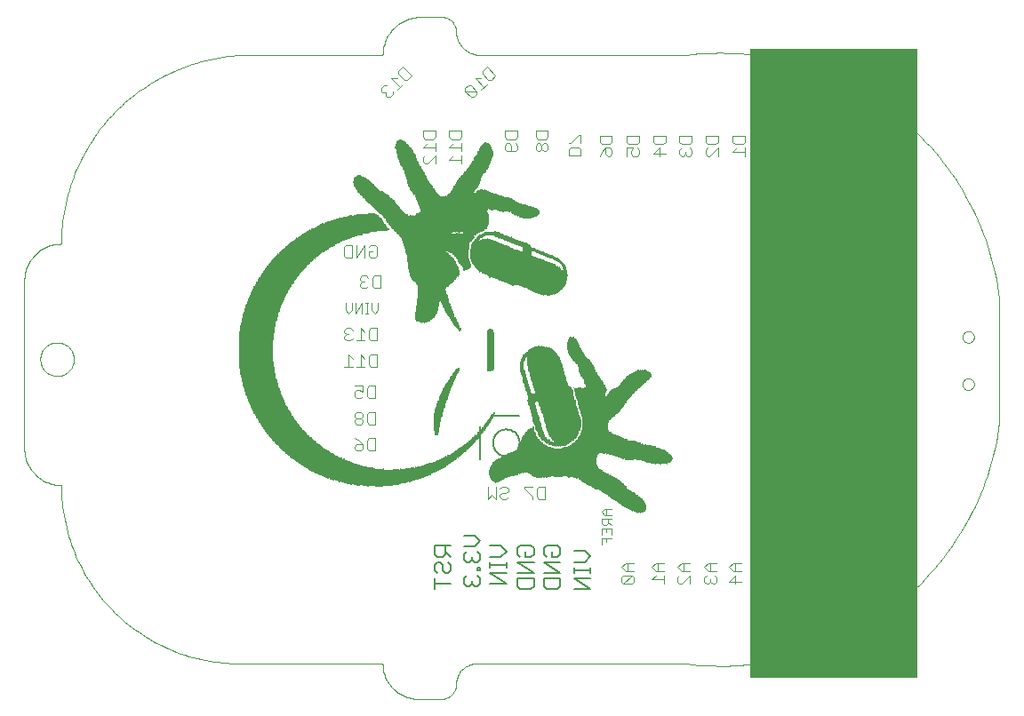
<source format=gbo>
G75*
%MOIN*%
%OFA0B0*%
%FSLAX24Y24*%
%IPPOS*%
%LPD*%
%AMOC8*
5,1,8,0,0,1.08239X$1,22.5*
%
%ADD10C,0.0000*%
%ADD11C,0.0030*%
%ADD12C,0.0040*%
%ADD13C,0.0050*%
%ADD14R,0.6299X2.3622*%
%ADD15C,0.0080*%
%ADD16R,0.0020X0.0040*%
%ADD17R,0.0020X0.0180*%
%ADD18R,0.0020X0.0220*%
%ADD19R,0.0020X0.0280*%
%ADD20R,0.0020X0.0300*%
%ADD21R,0.0020X0.0320*%
%ADD22R,0.0020X0.0360*%
%ADD23R,0.0020X0.0420*%
%ADD24R,0.0020X0.0440*%
%ADD25R,0.0020X0.0460*%
%ADD26R,0.0020X0.0480*%
%ADD27R,0.0020X0.0500*%
%ADD28R,0.0020X0.0520*%
%ADD29R,0.0020X0.0540*%
%ADD30R,0.0020X0.0560*%
%ADD31R,0.0020X0.0580*%
%ADD32R,0.0020X0.0600*%
%ADD33R,0.0020X0.0620*%
%ADD34R,0.0020X0.0640*%
%ADD35R,0.0020X0.0660*%
%ADD36R,0.0020X0.0120*%
%ADD37R,0.0020X0.0140*%
%ADD38R,0.0020X0.0240*%
%ADD39R,0.0020X0.0680*%
%ADD40R,0.0020X0.0340*%
%ADD41R,0.0020X0.0400*%
%ADD42R,0.0020X0.0200*%
%ADD43R,0.0020X0.0700*%
%ADD44R,0.0020X0.0720*%
%ADD45R,0.0020X0.0740*%
%ADD46R,0.0020X0.0760*%
%ADD47R,0.0020X0.0780*%
%ADD48R,0.0020X0.0800*%
%ADD49R,0.0020X0.0820*%
%ADD50R,0.0020X0.0860*%
%ADD51R,0.0020X0.0840*%
%ADD52R,0.0020X0.0880*%
%ADD53R,0.0020X0.0900*%
%ADD54R,0.0020X0.0920*%
%ADD55R,0.0020X0.0940*%
%ADD56R,0.0020X0.0960*%
%ADD57R,0.0020X0.1000*%
%ADD58R,0.0020X0.0980*%
%ADD59R,0.0020X0.1020*%
%ADD60R,0.0020X0.1040*%
%ADD61R,0.0020X0.1060*%
%ADD62R,0.0020X0.1080*%
%ADD63R,0.0020X0.1100*%
%ADD64R,0.0020X0.1140*%
%ADD65R,0.0020X0.2220*%
%ADD66R,0.0020X0.2180*%
%ADD67R,0.0020X0.0060*%
%ADD68R,0.0020X0.2160*%
%ADD69R,0.0020X0.2140*%
%ADD70R,0.0020X0.2580*%
%ADD71R,0.0020X0.2620*%
%ADD72R,0.0020X0.2640*%
%ADD73R,0.0020X0.2680*%
%ADD74R,0.0020X0.2720*%
%ADD75R,0.0020X0.2740*%
%ADD76R,0.0020X0.2760*%
%ADD77R,0.0020X0.2800*%
%ADD78R,0.0020X0.2820*%
%ADD79R,0.0020X0.2860*%
%ADD80R,0.0020X0.2920*%
%ADD81R,0.0020X0.2980*%
%ADD82R,0.0020X0.1860*%
%ADD83R,0.0020X0.1160*%
%ADD84R,0.0020X0.3200*%
%ADD85R,0.0020X0.4420*%
%ADD86R,0.0020X0.3040*%
%ADD87R,0.0020X0.1340*%
%ADD88R,0.0020X0.4440*%
%ADD89R,0.0020X0.4540*%
%ADD90R,0.0020X0.4560*%
%ADD91R,0.0020X0.4600*%
%ADD92R,0.0020X0.4620*%
%ADD93R,0.0020X0.4640*%
%ADD94R,0.0020X0.4660*%
%ADD95R,0.0020X0.4680*%
%ADD96R,0.0020X0.4700*%
%ADD97R,0.0020X0.4720*%
%ADD98R,0.0020X0.4740*%
%ADD99R,0.0020X0.4760*%
%ADD100R,0.0020X0.3640*%
%ADD101R,0.0020X0.3600*%
%ADD102R,0.0020X0.3580*%
%ADD103R,0.0020X0.3560*%
%ADD104R,0.0020X0.3520*%
%ADD105R,0.0020X0.1920*%
%ADD106R,0.0020X0.1780*%
%ADD107R,0.0020X0.1760*%
%ADD108R,0.0020X0.1660*%
%ADD109R,0.0020X0.1620*%
%ADD110R,0.0020X0.1600*%
%ADD111R,0.0020X0.1540*%
%ADD112R,0.0020X0.1500*%
%ADD113R,0.0020X0.1460*%
%ADD114R,0.0020X0.1440*%
%ADD115R,0.0020X0.1420*%
%ADD116R,0.0020X0.1180*%
%ADD117R,0.0020X0.1400*%
%ADD118R,0.0020X0.1280*%
%ADD119R,0.0020X0.1360*%
%ADD120R,0.0020X0.1480*%
%ADD121R,0.0020X0.0020*%
%ADD122R,0.0020X0.1320*%
%ADD123R,0.0020X0.1640*%
%ADD124R,0.0020X0.1720*%
%ADD125R,0.0020X0.1260*%
%ADD126R,0.0020X0.1940*%
%ADD127R,0.0020X0.1220*%
%ADD128R,0.0020X0.2020*%
%ADD129R,0.0020X0.2040*%
%ADD130R,0.0020X0.1200*%
%ADD131R,0.0020X0.2100*%
%ADD132R,0.0020X0.2260*%
%ADD133R,0.0020X0.1120*%
%ADD134R,0.0020X0.2300*%
%ADD135R,0.0020X0.0080*%
%ADD136R,0.0020X0.2400*%
%ADD137R,0.0020X0.0380*%
%ADD138R,0.0020X0.2500*%
%ADD139R,0.0020X0.2600*%
%ADD140R,0.0020X0.2780*%
%ADD141R,0.0020X0.2900*%
%ADD142R,0.0020X0.0160*%
%ADD143R,0.0020X0.2960*%
%ADD144R,0.0020X0.3120*%
%ADD145R,0.0020X0.3240*%
%ADD146R,0.0020X0.3280*%
%ADD147R,0.0020X0.3340*%
%ADD148R,0.0020X0.3380*%
%ADD149R,0.0020X0.3420*%
%ADD150R,0.0020X0.3460*%
%ADD151R,0.0020X0.3480*%
%ADD152R,0.0020X0.3500*%
%ADD153R,0.0020X0.3540*%
%ADD154R,0.0020X0.0100*%
%ADD155R,0.0020X0.3360*%
%ADD156R,0.0020X0.3320*%
%ADD157R,0.0020X0.1240*%
%ADD158R,0.0020X0.3300*%
%ADD159R,0.0020X0.3220*%
%ADD160R,0.0020X0.3080*%
%ADD161R,0.0020X0.2940*%
%ADD162R,0.0020X0.2880*%
%ADD163R,0.0020X0.1300*%
%ADD164R,0.0020X0.2660*%
%ADD165R,0.0020X0.2560*%
%ADD166R,0.0020X0.2520*%
%ADD167R,0.0020X0.2480*%
%ADD168R,0.0020X0.2420*%
%ADD169R,0.0020X0.2360*%
%ADD170R,0.0020X0.1380*%
%ADD171R,0.0020X0.2240*%
%ADD172R,0.0020X0.2120*%
%ADD173R,0.0020X0.1520*%
%ADD174R,0.0020X0.0260*%
%ADD175R,0.0020X0.1560*%
%ADD176R,0.0020X0.1680*%
%ADD177R,0.0020X0.1700*%
%ADD178R,0.0020X0.1740*%
%ADD179R,0.0020X0.1800*%
%ADD180R,0.0020X0.1580*%
%ADD181R,0.0020X0.3060*%
%ADD182R,0.0020X0.3800*%
%ADD183R,0.0020X0.3780*%
%ADD184R,0.0020X0.3760*%
%ADD185R,0.0020X0.3740*%
%ADD186R,0.0020X0.3720*%
%ADD187R,0.0020X0.3700*%
%ADD188R,0.0020X0.2280*%
%ADD189R,0.0020X0.2080*%
%ADD190R,0.0020X0.1980*%
%ADD191R,0.0020X0.1880*%
%ADD192R,0.0020X0.2200*%
%ADD193R,0.0020X0.3440*%
%ADD194R,0.0020X0.4220*%
%ADD195R,0.0020X0.4180*%
%ADD196R,0.0020X0.4140*%
%ADD197R,0.0020X0.4120*%
%ADD198R,0.0020X0.4040*%
%ADD199R,0.0020X0.4000*%
%ADD200R,0.0020X0.3960*%
%ADD201R,0.0020X0.4020*%
%ADD202R,0.0020X0.4240*%
%ADD203R,0.0020X0.4380*%
%ADD204R,0.0020X0.4460*%
%ADD205R,0.0020X0.4520*%
%ADD206R,0.0020X0.4840*%
%ADD207R,0.0020X0.4880*%
%ADD208R,0.0020X0.4920*%
%ADD209R,0.0020X0.4980*%
%ADD210R,0.0020X0.5000*%
%ADD211R,0.0020X0.5080*%
%ADD212R,0.0020X0.5100*%
%ADD213R,0.0020X0.5120*%
%ADD214R,0.0020X0.5180*%
%ADD215R,0.0020X0.5240*%
%ADD216R,0.0020X0.5260*%
%ADD217R,0.0020X0.5300*%
%ADD218R,0.0020X0.5360*%
%ADD219R,0.0020X0.5380*%
%ADD220R,0.0020X0.5460*%
%ADD221R,0.0020X0.5500*%
%ADD222R,0.0020X0.5560*%
%ADD223R,0.0020X0.5640*%
%ADD224R,0.0020X0.5660*%
%ADD225R,0.0020X0.5680*%
%ADD226R,0.0020X0.5720*%
%ADD227R,0.0020X0.5740*%
%ADD228R,0.0020X0.5780*%
%ADD229R,0.0020X0.5800*%
%ADD230R,0.0020X0.5860*%
%ADD231R,0.0020X0.4160*%
%ADD232R,0.0020X0.4100*%
%ADD233R,0.0020X0.4080*%
%ADD234R,0.0020X0.4060*%
%ADD235R,0.0020X0.2700*%
%ADD236R,0.0020X0.2540*%
%ADD237R,0.0020X0.2460*%
%ADD238R,0.0020X0.2440*%
%ADD239R,0.0020X0.1820*%
%ADD240R,0.0020X0.1840*%
%ADD241R,0.0020X0.2000*%
%ADD242R,0.0020X0.2060*%
%ADD243R,0.0020X0.2320*%
%ADD244R,0.0020X0.2340*%
%ADD245R,0.0020X0.6760*%
%ADD246R,0.0020X0.6700*%
%ADD247R,0.0020X0.6660*%
%ADD248R,0.0020X0.6580*%
%ADD249R,0.0020X0.6560*%
%ADD250R,0.0020X0.6480*%
%ADD251R,0.0020X0.6420*%
%ADD252R,0.0020X0.6360*%
%ADD253R,0.0020X0.6320*%
%ADD254R,0.0020X0.6260*%
%ADD255R,0.0020X0.6200*%
%ADD256R,0.0020X0.6140*%
%ADD257R,0.0020X0.6120*%
%ADD258R,0.0020X0.6020*%
%ADD259R,0.0020X0.6000*%
%ADD260R,0.0020X0.5960*%
%ADD261R,0.0020X0.5820*%
%ADD262R,0.0020X0.5760*%
%ADD263R,0.0020X0.5600*%
%ADD264R,0.0020X0.5480*%
%ADD265R,0.0020X0.5400*%
%ADD266R,0.0020X0.5140*%
%ADD267R,0.0020X0.5040*%
%ADD268R,0.0020X0.4960*%
%ADD269R,0.0020X0.4860*%
%ADD270R,0.0020X0.4820*%
%ADD271R,0.0020X0.4780*%
%ADD272R,0.0020X0.4500*%
%ADD273R,0.0020X0.4320*%
%ADD274R,0.0020X0.4280*%
%ADD275R,0.0020X0.3880*%
%ADD276R,0.0020X0.3820*%
%ADD277R,0.0020X0.3680*%
%ADD278R,0.0020X0.2840*%
D10*
X008171Y001429D02*
X013535Y001429D01*
X013537Y001357D01*
X013543Y001285D01*
X013553Y001214D01*
X013566Y001143D01*
X013583Y001073D01*
X013605Y001005D01*
X013629Y000937D01*
X013658Y000871D01*
X013690Y000806D01*
X013725Y000744D01*
X013764Y000683D01*
X013806Y000625D01*
X013851Y000569D01*
X013899Y000515D01*
X013950Y000464D01*
X014004Y000416D01*
X014060Y000371D01*
X014118Y000329D01*
X014179Y000290D01*
X014241Y000255D01*
X014306Y000223D01*
X014372Y000194D01*
X014440Y000170D01*
X014508Y000148D01*
X014578Y000131D01*
X014649Y000118D01*
X014720Y000108D01*
X014792Y000102D01*
X014864Y000100D01*
X015734Y000100D01*
X015780Y000102D01*
X015826Y000108D01*
X015871Y000117D01*
X015915Y000130D01*
X015958Y000147D01*
X015999Y000167D01*
X016039Y000191D01*
X016076Y000217D01*
X016111Y000247D01*
X016144Y000280D01*
X016174Y000315D01*
X016200Y000352D01*
X016224Y000392D01*
X016244Y000433D01*
X016261Y000476D01*
X016274Y000520D01*
X016283Y000565D01*
X016289Y000611D01*
X016291Y000657D01*
X016293Y000710D01*
X016298Y000762D01*
X016307Y000814D01*
X016320Y000865D01*
X016336Y000916D01*
X016355Y000965D01*
X016378Y001012D01*
X016403Y001058D01*
X016432Y001102D01*
X016464Y001144D01*
X016499Y001184D01*
X016536Y001221D01*
X016576Y001256D01*
X016618Y001288D01*
X016662Y001317D01*
X016708Y001342D01*
X016755Y001365D01*
X016804Y001384D01*
X016855Y001400D01*
X016906Y001413D01*
X016958Y001422D01*
X017010Y001427D01*
X017063Y001429D01*
X024903Y001429D01*
X036665Y010484D02*
X036665Y015110D01*
X035275Y013683D02*
X035277Y013712D01*
X035283Y013740D01*
X035292Y013768D01*
X035305Y013794D01*
X035322Y013817D01*
X035341Y013839D01*
X035363Y013858D01*
X035388Y013873D01*
X035414Y013886D01*
X035442Y013894D01*
X035470Y013899D01*
X035499Y013900D01*
X035528Y013897D01*
X035556Y013890D01*
X035583Y013880D01*
X035609Y013866D01*
X035632Y013849D01*
X035653Y013829D01*
X035671Y013806D01*
X035686Y013781D01*
X035697Y013754D01*
X035705Y013726D01*
X035709Y013697D01*
X035709Y013669D01*
X035705Y013640D01*
X035697Y013612D01*
X035686Y013585D01*
X035671Y013560D01*
X035653Y013537D01*
X035632Y013517D01*
X035609Y013500D01*
X035583Y013486D01*
X035556Y013476D01*
X035528Y013469D01*
X035499Y013466D01*
X035470Y013467D01*
X035442Y013472D01*
X035414Y013480D01*
X035388Y013493D01*
X035363Y013508D01*
X035341Y013527D01*
X035322Y013549D01*
X035305Y013572D01*
X035292Y013598D01*
X035283Y013626D01*
X035277Y013654D01*
X035275Y013683D01*
X035275Y011911D02*
X035277Y011940D01*
X035283Y011968D01*
X035292Y011996D01*
X035305Y012022D01*
X035322Y012045D01*
X035341Y012067D01*
X035363Y012086D01*
X035388Y012101D01*
X035414Y012114D01*
X035442Y012122D01*
X035470Y012127D01*
X035499Y012128D01*
X035528Y012125D01*
X035556Y012118D01*
X035583Y012108D01*
X035609Y012094D01*
X035632Y012077D01*
X035653Y012057D01*
X035671Y012034D01*
X035686Y012009D01*
X035697Y011982D01*
X035705Y011954D01*
X035709Y011925D01*
X035709Y011897D01*
X035705Y011868D01*
X035697Y011840D01*
X035686Y011813D01*
X035671Y011788D01*
X035653Y011765D01*
X035632Y011745D01*
X035609Y011728D01*
X035583Y011714D01*
X035556Y011704D01*
X035528Y011697D01*
X035499Y011694D01*
X035470Y011695D01*
X035442Y011700D01*
X035414Y011708D01*
X035388Y011721D01*
X035363Y011736D01*
X035341Y011755D01*
X035322Y011777D01*
X035305Y011800D01*
X035292Y011826D01*
X035283Y011854D01*
X035277Y011882D01*
X035275Y011911D01*
X036664Y010484D02*
X036629Y010233D01*
X036587Y009982D01*
X036539Y009733D01*
X036485Y009485D01*
X036425Y009239D01*
X036360Y008994D01*
X036288Y008751D01*
X036210Y008509D01*
X036127Y008270D01*
X036038Y008032D01*
X035943Y007797D01*
X035843Y007564D01*
X035737Y007334D01*
X035625Y007106D01*
X035508Y006881D01*
X035386Y006659D01*
X035258Y006440D01*
X035125Y006224D01*
X034987Y006011D01*
X034843Y005802D01*
X034695Y005596D01*
X034542Y005394D01*
X034384Y005196D01*
X034221Y005001D01*
X034053Y004811D01*
X033881Y004624D01*
X033705Y004442D01*
X033524Y004264D01*
X033339Y004091D01*
X033149Y003922D01*
X032956Y003758D01*
X032759Y003598D01*
X032558Y003443D01*
X032353Y003294D01*
X032145Y003149D01*
X031933Y003009D01*
X031718Y002874D01*
X031500Y002745D01*
X031279Y002621D01*
X031055Y002502D01*
X030828Y002389D01*
X030598Y002281D01*
X030366Y002179D01*
X030132Y002083D01*
X029895Y001992D01*
X029656Y001907D01*
X029415Y001828D01*
X029172Y001754D01*
X028928Y001687D01*
X028681Y001625D01*
X028434Y001569D01*
X028185Y001520D01*
X027935Y001476D01*
X027685Y001439D01*
X027433Y001407D01*
X027181Y001382D01*
X026928Y001363D01*
X026674Y001349D01*
X026421Y001342D01*
X026167Y001341D01*
X025914Y001347D01*
X025660Y001358D01*
X025407Y001375D01*
X025155Y001399D01*
X024903Y001429D01*
X008171Y001429D02*
X008009Y001431D01*
X007848Y001437D01*
X007686Y001447D01*
X007525Y001460D01*
X007364Y001478D01*
X007204Y001499D01*
X007044Y001525D01*
X006885Y001554D01*
X006727Y001587D01*
X006569Y001623D01*
X006413Y001664D01*
X006257Y001708D01*
X006103Y001757D01*
X005950Y001808D01*
X005798Y001864D01*
X005647Y001923D01*
X005498Y001986D01*
X005351Y002052D01*
X005205Y002122D01*
X005061Y002196D01*
X004918Y002273D01*
X004778Y002353D01*
X004640Y002437D01*
X004503Y002524D01*
X004369Y002614D01*
X004237Y002707D01*
X004107Y002804D01*
X003980Y002904D01*
X003855Y003006D01*
X003733Y003112D01*
X003613Y003221D01*
X003496Y003332D01*
X003381Y003447D01*
X003270Y003564D01*
X003161Y003684D01*
X003055Y003806D01*
X002953Y003931D01*
X002853Y004058D01*
X002756Y004188D01*
X002663Y004320D01*
X002573Y004454D01*
X002486Y004591D01*
X002402Y004729D01*
X002322Y004869D01*
X002245Y005012D01*
X002171Y005156D01*
X002101Y005302D01*
X002035Y005449D01*
X001972Y005598D01*
X001913Y005749D01*
X001857Y005901D01*
X001806Y006054D01*
X001757Y006208D01*
X001713Y006364D01*
X001672Y006520D01*
X001636Y006678D01*
X001603Y006836D01*
X001574Y006995D01*
X001548Y007155D01*
X001527Y007315D01*
X001509Y007476D01*
X001496Y007637D01*
X001486Y007799D01*
X001480Y007960D01*
X001478Y008122D01*
X001406Y008124D01*
X001334Y008130D01*
X001262Y008139D01*
X001191Y008152D01*
X001121Y008169D01*
X001052Y008189D01*
X000984Y008214D01*
X000918Y008241D01*
X000852Y008272D01*
X000789Y008307D01*
X000727Y008344D01*
X000668Y008385D01*
X000611Y008429D01*
X000556Y008476D01*
X000504Y008526D01*
X000454Y008578D01*
X000407Y008633D01*
X000363Y008690D01*
X000322Y008749D01*
X000285Y008811D01*
X000250Y008874D01*
X000219Y008940D01*
X000192Y009006D01*
X000167Y009074D01*
X000147Y009143D01*
X000130Y009213D01*
X000117Y009284D01*
X000108Y009356D01*
X000102Y009428D01*
X000100Y009500D01*
X000100Y015799D01*
X000102Y015871D01*
X000108Y015943D01*
X000117Y016015D01*
X000130Y016086D01*
X000147Y016156D01*
X000167Y016225D01*
X000192Y016293D01*
X000219Y016359D01*
X000250Y016425D01*
X000285Y016488D01*
X000322Y016550D01*
X000363Y016609D01*
X000407Y016666D01*
X000454Y016721D01*
X000504Y016773D01*
X000556Y016823D01*
X000611Y016870D01*
X000668Y016914D01*
X000727Y016955D01*
X000789Y016992D01*
X000852Y017027D01*
X000918Y017058D01*
X000984Y017085D01*
X001052Y017110D01*
X001121Y017130D01*
X001191Y017147D01*
X001262Y017160D01*
X001334Y017169D01*
X001406Y017175D01*
X001478Y017177D01*
X000698Y012846D02*
X000700Y012896D01*
X000706Y012946D01*
X000716Y012995D01*
X000730Y013043D01*
X000747Y013090D01*
X000768Y013135D01*
X000793Y013179D01*
X000821Y013220D01*
X000853Y013259D01*
X000887Y013296D01*
X000924Y013330D01*
X000964Y013360D01*
X001006Y013387D01*
X001050Y013411D01*
X001096Y013432D01*
X001143Y013448D01*
X001191Y013461D01*
X001241Y013470D01*
X001290Y013475D01*
X001341Y013476D01*
X001391Y013473D01*
X001440Y013466D01*
X001489Y013455D01*
X001537Y013440D01*
X001583Y013422D01*
X001628Y013400D01*
X001671Y013374D01*
X001712Y013345D01*
X001751Y013313D01*
X001787Y013278D01*
X001819Y013240D01*
X001849Y013200D01*
X001876Y013157D01*
X001899Y013113D01*
X001918Y013067D01*
X001934Y013019D01*
X001946Y012970D01*
X001954Y012921D01*
X001958Y012871D01*
X001958Y012821D01*
X001954Y012771D01*
X001946Y012722D01*
X001934Y012673D01*
X001918Y012625D01*
X001899Y012579D01*
X001876Y012535D01*
X001849Y012492D01*
X001819Y012452D01*
X001787Y012414D01*
X001751Y012379D01*
X001712Y012347D01*
X001671Y012318D01*
X001628Y012292D01*
X001583Y012270D01*
X001537Y012252D01*
X001489Y012237D01*
X001440Y012226D01*
X001391Y012219D01*
X001341Y012216D01*
X001290Y012217D01*
X001241Y012222D01*
X001191Y012231D01*
X001143Y012244D01*
X001096Y012260D01*
X001050Y012281D01*
X001006Y012305D01*
X000964Y012332D01*
X000924Y012362D01*
X000887Y012396D01*
X000853Y012433D01*
X000821Y012472D01*
X000793Y012513D01*
X000768Y012557D01*
X000747Y012602D01*
X000730Y012649D01*
X000716Y012697D01*
X000706Y012746D01*
X000700Y012796D01*
X000698Y012846D01*
X001478Y017177D02*
X001480Y017348D01*
X001486Y017519D01*
X001497Y017690D01*
X001511Y017861D01*
X001530Y018031D01*
X001552Y018201D01*
X001579Y018370D01*
X001610Y018539D01*
X001645Y018706D01*
X001684Y018873D01*
X001727Y019039D01*
X001774Y019203D01*
X001825Y019367D01*
X001880Y019529D01*
X001939Y019690D01*
X002001Y019849D01*
X002068Y020007D01*
X002138Y020163D01*
X002212Y020318D01*
X002290Y020470D01*
X002371Y020621D01*
X002456Y020770D01*
X002545Y020916D01*
X002637Y021061D01*
X002733Y021203D01*
X002831Y021343D01*
X002934Y021480D01*
X003039Y021615D01*
X003148Y021747D01*
X003260Y021877D01*
X003375Y022003D01*
X003494Y022127D01*
X003615Y022248D01*
X003739Y022367D01*
X003865Y022482D01*
X003995Y022594D01*
X004127Y022703D01*
X004262Y022808D01*
X004399Y022911D01*
X004539Y023009D01*
X004681Y023105D01*
X004826Y023197D01*
X004972Y023286D01*
X005121Y023371D01*
X005272Y023452D01*
X005424Y023530D01*
X005579Y023604D01*
X005735Y023674D01*
X005893Y023741D01*
X006052Y023803D01*
X006213Y023862D01*
X006375Y023917D01*
X006539Y023968D01*
X006703Y024015D01*
X006869Y024058D01*
X007036Y024097D01*
X007203Y024132D01*
X007372Y024163D01*
X007541Y024190D01*
X007711Y024212D01*
X007881Y024231D01*
X008052Y024245D01*
X008223Y024256D01*
X008394Y024262D01*
X008565Y024264D01*
X008565Y024263D02*
X013535Y024263D01*
X013537Y024338D01*
X013543Y024412D01*
X013553Y024486D01*
X013566Y024560D01*
X013584Y024632D01*
X013605Y024704D01*
X013630Y024774D01*
X013658Y024843D01*
X013691Y024911D01*
X013726Y024977D01*
X013765Y025040D01*
X013808Y025102D01*
X013853Y025161D01*
X013902Y025218D01*
X013953Y025272D01*
X014007Y025323D01*
X014064Y025372D01*
X014123Y025417D01*
X014185Y025460D01*
X014249Y025499D01*
X014314Y025534D01*
X014382Y025567D01*
X014451Y025595D01*
X014521Y025620D01*
X014593Y025641D01*
X014665Y025659D01*
X014739Y025672D01*
X014813Y025682D01*
X014887Y025688D01*
X014962Y025690D01*
X014962Y025691D02*
X015734Y025691D01*
X015780Y025689D01*
X015826Y025683D01*
X015871Y025674D01*
X015915Y025661D01*
X015958Y025644D01*
X015999Y025624D01*
X016039Y025600D01*
X016076Y025574D01*
X016111Y025544D01*
X016144Y025511D01*
X016174Y025476D01*
X016200Y025439D01*
X016224Y025399D01*
X016244Y025358D01*
X016261Y025315D01*
X016274Y025271D01*
X016283Y025226D01*
X016289Y025180D01*
X016291Y025134D01*
X016293Y025077D01*
X016298Y025020D01*
X016308Y024964D01*
X016321Y024909D01*
X016337Y024854D01*
X016357Y024801D01*
X016381Y024749D01*
X016408Y024699D01*
X016438Y024651D01*
X016471Y024604D01*
X016507Y024560D01*
X016546Y024519D01*
X016587Y024480D01*
X016631Y024444D01*
X016678Y024411D01*
X016726Y024381D01*
X016776Y024354D01*
X016828Y024330D01*
X016881Y024310D01*
X016936Y024294D01*
X016991Y024281D01*
X017047Y024271D01*
X017104Y024266D01*
X017161Y024264D01*
X017161Y024263D02*
X024903Y024263D01*
X024903Y024264D02*
X025156Y024292D01*
X025410Y024315D01*
X025664Y024331D01*
X025918Y024341D01*
X026173Y024345D01*
X026428Y024343D01*
X026682Y024334D01*
X026936Y024320D01*
X027190Y024299D01*
X027443Y024272D01*
X027696Y024239D01*
X027948Y024200D01*
X028198Y024155D01*
X028448Y024104D01*
X028696Y024047D01*
X028943Y023984D01*
X029188Y023915D01*
X029431Y023840D01*
X029673Y023759D01*
X029912Y023672D01*
X030150Y023580D01*
X030385Y023482D01*
X030617Y023378D01*
X030847Y023269D01*
X031075Y023154D01*
X031299Y023033D01*
X031520Y022908D01*
X031739Y022776D01*
X031954Y022640D01*
X032166Y022499D01*
X032374Y022352D01*
X032579Y022201D01*
X032780Y022044D01*
X032977Y021883D01*
X033170Y021717D01*
X033359Y021547D01*
X033544Y021371D01*
X033725Y021192D01*
X033901Y021008D01*
X034073Y020820D01*
X034240Y020628D01*
X034403Y020432D01*
X034560Y020232D01*
X034713Y020028D01*
X034861Y019821D01*
X035004Y019610D01*
X035142Y019396D01*
X035274Y019178D01*
X035401Y018958D01*
X035523Y018734D01*
X035639Y018507D01*
X035750Y018278D01*
X035855Y018046D01*
X035955Y017812D01*
X036049Y017575D01*
X036137Y017336D01*
X036220Y017095D01*
X036296Y016852D01*
X036367Y016608D01*
X036432Y016361D01*
X036490Y016113D01*
X036543Y015864D01*
X036590Y015614D01*
X036630Y015362D01*
X036665Y015110D01*
D11*
X022115Y007234D02*
X021868Y007234D01*
X021744Y007111D01*
X021868Y006988D01*
X022115Y006988D01*
X022115Y006866D02*
X021744Y006866D01*
X021744Y006681D01*
X021806Y006619D01*
X021930Y006619D01*
X021991Y006681D01*
X021991Y006866D01*
X021991Y006743D02*
X022115Y006619D01*
X022115Y006498D02*
X022115Y006251D01*
X022115Y006130D02*
X021744Y006130D01*
X021744Y005883D01*
X021930Y006006D02*
X021930Y006130D01*
X021744Y006251D02*
X021744Y006498D01*
X022115Y006498D01*
X021930Y006498D02*
X021930Y006374D01*
X021930Y006988D02*
X021930Y007234D01*
X013368Y014697D02*
X013245Y014573D01*
X013121Y014697D01*
X013121Y014944D01*
X013000Y014944D02*
X012876Y014944D01*
X012938Y014944D02*
X012938Y014573D01*
X013000Y014573D02*
X012876Y014573D01*
X012754Y014573D02*
X012754Y014944D01*
X012507Y014573D01*
X012507Y014944D01*
X012386Y014944D02*
X012386Y014697D01*
X012262Y014573D01*
X012139Y014697D01*
X012139Y014944D01*
X013368Y014944D02*
X013368Y014697D01*
D12*
X013326Y014012D02*
X013095Y014012D01*
X013019Y013935D01*
X013019Y013628D01*
X013095Y013551D01*
X013326Y013551D01*
X013326Y014012D01*
X012865Y013858D02*
X012712Y014012D01*
X012712Y013551D01*
X012865Y013551D02*
X012558Y013551D01*
X012405Y013628D02*
X012328Y013551D01*
X012175Y013551D01*
X012098Y013628D01*
X012098Y013705D01*
X012175Y013782D01*
X012251Y013782D01*
X012175Y013782D02*
X012098Y013858D01*
X012098Y013935D01*
X012175Y014012D01*
X012328Y014012D01*
X012405Y013935D01*
X012251Y013028D02*
X012251Y012567D01*
X012098Y012567D02*
X012405Y012567D01*
X012558Y012567D02*
X012865Y012567D01*
X012712Y012567D02*
X012712Y013028D01*
X012865Y012874D01*
X013019Y012951D02*
X013019Y012644D01*
X013095Y012567D01*
X013326Y012567D01*
X013326Y013028D01*
X013095Y013028D01*
X013019Y012951D01*
X012405Y012874D02*
X012251Y013028D01*
X012491Y011847D02*
X012798Y011847D01*
X012798Y011616D01*
X012645Y011693D01*
X012568Y011693D01*
X012491Y011616D01*
X012491Y011463D01*
X012568Y011386D01*
X012722Y011386D01*
X012798Y011463D01*
X012952Y011463D02*
X012952Y011770D01*
X013029Y011847D01*
X013259Y011847D01*
X013259Y011386D01*
X013029Y011386D01*
X012952Y011463D01*
X013029Y010862D02*
X013259Y010862D01*
X013259Y010402D01*
X013029Y010402D01*
X012952Y010479D01*
X012952Y010786D01*
X013029Y010862D01*
X012798Y010786D02*
X012798Y010709D01*
X012722Y010632D01*
X012568Y010632D01*
X012491Y010555D01*
X012491Y010479D01*
X012568Y010402D01*
X012722Y010402D01*
X012798Y010479D01*
X012798Y010555D01*
X012722Y010632D01*
X012568Y010632D02*
X012491Y010709D01*
X012491Y010786D01*
X012568Y010862D01*
X012722Y010862D01*
X012798Y010786D01*
X013029Y009878D02*
X013259Y009878D01*
X013259Y009418D01*
X013029Y009418D01*
X012952Y009494D01*
X012952Y009801D01*
X013029Y009878D01*
X012798Y009648D02*
X012568Y009648D01*
X012491Y009571D01*
X012491Y009494D01*
X012568Y009418D01*
X012722Y009418D01*
X012798Y009494D01*
X012798Y009648D01*
X012645Y009801D01*
X012491Y009878D01*
X017469Y008061D02*
X017469Y007600D01*
X017622Y007754D01*
X017776Y007600D01*
X017776Y008061D01*
X017929Y007984D02*
X018006Y008061D01*
X018159Y008061D01*
X018236Y007984D01*
X018236Y007907D01*
X018159Y007831D01*
X018006Y007831D01*
X017929Y007754D01*
X017929Y007677D01*
X018006Y007600D01*
X018159Y007600D01*
X018236Y007677D01*
X018850Y007984D02*
X018850Y008061D01*
X019157Y008061D01*
X019310Y007984D02*
X019387Y008061D01*
X019617Y008061D01*
X019617Y007600D01*
X019387Y007600D01*
X019310Y007677D01*
X019310Y007984D01*
X019157Y007677D02*
X019157Y007600D01*
X019157Y007677D02*
X018850Y007984D01*
X022490Y005044D02*
X022643Y005198D01*
X022950Y005198D01*
X022720Y005198D02*
X022720Y004891D01*
X022643Y004891D02*
X022950Y004891D01*
X022874Y004738D02*
X022567Y004431D01*
X022874Y004431D01*
X022950Y004507D01*
X022950Y004661D01*
X022874Y004738D01*
X022567Y004738D01*
X022490Y004661D01*
X022490Y004507D01*
X022567Y004431D01*
X022643Y004891D02*
X022490Y005044D01*
X023635Y005044D02*
X023789Y004891D01*
X024096Y004891D01*
X024096Y004738D02*
X024096Y004431D01*
X024096Y004584D02*
X023635Y004584D01*
X023789Y004738D01*
X023865Y004891D02*
X023865Y005198D01*
X023789Y005198D02*
X024096Y005198D01*
X023789Y005198D02*
X023635Y005044D01*
X024584Y005044D02*
X024737Y004891D01*
X025044Y004891D01*
X025044Y004738D02*
X024737Y004431D01*
X024661Y004431D01*
X024584Y004507D01*
X024584Y004661D01*
X024661Y004738D01*
X024814Y004891D02*
X024814Y005198D01*
X024737Y005198D02*
X024584Y005044D01*
X024737Y005198D02*
X025044Y005198D01*
X025044Y004738D02*
X025044Y004431D01*
X025602Y004507D02*
X025679Y004431D01*
X025756Y004431D01*
X025832Y004507D01*
X025909Y004431D01*
X025986Y004431D01*
X026063Y004507D01*
X026063Y004661D01*
X025986Y004738D01*
X026063Y004891D02*
X025756Y004891D01*
X025602Y005044D01*
X025756Y005198D01*
X026063Y005198D01*
X025832Y005198D02*
X025832Y004891D01*
X025679Y004738D02*
X025602Y004661D01*
X025602Y004507D01*
X025832Y004507D02*
X025832Y004584D01*
X026521Y004507D02*
X026751Y004738D01*
X026751Y004431D01*
X026981Y004507D02*
X026521Y004507D01*
X026674Y004891D02*
X026981Y004891D01*
X026751Y004891D02*
X026751Y005198D01*
X026674Y005198D02*
X026521Y005044D01*
X026674Y004891D01*
X026674Y005198D02*
X026981Y005198D01*
X027646Y005044D02*
X027800Y004891D01*
X028107Y004891D01*
X028030Y004738D02*
X028107Y004661D01*
X028107Y004507D01*
X028030Y004431D01*
X027876Y004431D01*
X027800Y004507D01*
X027800Y004584D01*
X027876Y004738D01*
X027646Y004738D01*
X027646Y004431D01*
X027876Y004891D02*
X027876Y005198D01*
X027800Y005198D02*
X027646Y005044D01*
X027800Y005198D02*
X028107Y005198D01*
X013456Y015520D02*
X013225Y015520D01*
X013149Y015597D01*
X013149Y015904D01*
X013225Y015980D01*
X013456Y015980D01*
X013456Y015520D01*
X012995Y015597D02*
X012919Y015520D01*
X012765Y015520D01*
X012688Y015597D01*
X012688Y015673D01*
X012765Y015750D01*
X012842Y015750D01*
X012765Y015750D02*
X012688Y015827D01*
X012688Y015904D01*
X012765Y015980D01*
X012919Y015980D01*
X012995Y015904D01*
X013089Y016663D02*
X013012Y016739D01*
X013012Y016893D01*
X013166Y016893D01*
X013319Y017046D02*
X013319Y016739D01*
X013242Y016663D01*
X013089Y016663D01*
X012859Y016663D02*
X012859Y017123D01*
X012552Y016663D01*
X012552Y017123D01*
X012398Y017123D02*
X012168Y017123D01*
X012091Y017046D01*
X012091Y016739D01*
X012168Y016663D01*
X012398Y016663D01*
X012398Y017123D01*
X013012Y017046D02*
X013089Y017123D01*
X013242Y017123D01*
X013319Y017046D01*
X015126Y020184D02*
X015049Y020261D01*
X015049Y020414D01*
X015126Y020491D01*
X015126Y020184D02*
X015203Y020184D01*
X015510Y020491D01*
X015510Y020184D01*
X016033Y020337D02*
X016187Y020491D01*
X016033Y020337D02*
X016494Y020337D01*
X016494Y020184D02*
X016494Y020491D01*
X016494Y020644D02*
X016494Y020951D01*
X016494Y020798D02*
X016033Y020798D01*
X016187Y020951D01*
X016110Y021105D02*
X016033Y021181D01*
X016033Y021412D01*
X016494Y021412D01*
X016494Y021181D01*
X016417Y021105D01*
X016110Y021105D01*
X015510Y021181D02*
X015433Y021105D01*
X015126Y021105D01*
X015049Y021181D01*
X015049Y021412D01*
X015510Y021412D01*
X015510Y021181D01*
X015510Y020951D02*
X015510Y020644D01*
X015510Y020798D02*
X015049Y020798D01*
X015203Y020951D01*
X013804Y022686D02*
X013912Y022795D01*
X013912Y022903D01*
X014075Y022957D02*
X014292Y023174D01*
X014184Y023066D02*
X013858Y023391D01*
X014075Y023391D01*
X014129Y023554D02*
X014346Y023337D01*
X014455Y023337D01*
X014618Y023500D01*
X014292Y023825D01*
X014129Y023663D01*
X014129Y023554D01*
X013695Y023120D02*
X013587Y023120D01*
X013478Y023012D01*
X013478Y022903D01*
X013533Y022849D01*
X013641Y022849D01*
X013641Y022740D01*
X013695Y022686D01*
X013804Y022686D01*
X013641Y022849D02*
X013695Y022903D01*
X016628Y022903D02*
X016845Y022686D01*
X016954Y022686D01*
X017062Y022795D01*
X017062Y022903D01*
X016628Y022903D01*
X016628Y023012D01*
X016736Y023120D01*
X016845Y023120D01*
X017062Y022903D01*
X017225Y022957D02*
X017442Y023174D01*
X017333Y023066D02*
X017008Y023391D01*
X017225Y023391D01*
X017279Y023554D02*
X017279Y023663D01*
X017442Y023825D01*
X017767Y023500D01*
X017605Y023337D01*
X017496Y023337D01*
X017279Y023554D01*
X018121Y021412D02*
X018121Y021181D01*
X018197Y021105D01*
X018504Y021105D01*
X018581Y021181D01*
X018581Y021412D01*
X018121Y021412D01*
X018197Y020951D02*
X018274Y020951D01*
X018351Y020874D01*
X018351Y020644D01*
X018504Y020644D02*
X018197Y020644D01*
X018121Y020721D01*
X018121Y020874D01*
X018197Y020951D01*
X018504Y020951D02*
X018581Y020874D01*
X018581Y020721D01*
X018504Y020644D01*
X019272Y020721D02*
X019348Y020644D01*
X019425Y020644D01*
X019502Y020721D01*
X019502Y020874D01*
X019425Y020951D01*
X019348Y020951D01*
X019272Y020874D01*
X019272Y020721D01*
X019502Y020721D02*
X019579Y020644D01*
X019655Y020644D01*
X019732Y020721D01*
X019732Y020874D01*
X019655Y020951D01*
X019579Y020951D01*
X019502Y020874D01*
X019655Y021105D02*
X019348Y021105D01*
X019272Y021181D01*
X019272Y021412D01*
X019732Y021412D01*
X019732Y021181D01*
X019655Y021105D01*
X020505Y020959D02*
X020582Y020959D01*
X020889Y021265D01*
X020966Y021265D01*
X020966Y020959D01*
X020889Y020805D02*
X020582Y020805D01*
X020505Y020728D01*
X020505Y020498D01*
X020966Y020498D01*
X020966Y020728D01*
X020889Y020805D01*
X021671Y021007D02*
X021671Y021237D01*
X022132Y021237D01*
X022132Y021007D01*
X022055Y020930D01*
X021748Y020930D01*
X021671Y021007D01*
X021901Y020777D02*
X021901Y020547D01*
X021978Y020470D01*
X022055Y020470D01*
X022132Y020547D01*
X022132Y020700D01*
X022055Y020777D01*
X021901Y020777D01*
X021748Y020623D01*
X021671Y020470D01*
X022691Y020470D02*
X022691Y020777D01*
X022921Y020777D01*
X022845Y020623D01*
X022845Y020547D01*
X022921Y020470D01*
X023075Y020470D01*
X023152Y020547D01*
X023152Y020700D01*
X023075Y020777D01*
X023075Y020930D02*
X022768Y020930D01*
X022691Y021007D01*
X022691Y021237D01*
X023152Y021237D01*
X023152Y021007D01*
X023075Y020930D01*
X023677Y021007D02*
X023677Y021237D01*
X024137Y021237D01*
X024137Y021007D01*
X024061Y020930D01*
X023754Y020930D01*
X023677Y021007D01*
X023907Y020777D02*
X023907Y020470D01*
X024137Y020547D02*
X023677Y020547D01*
X023907Y020777D01*
X024661Y020700D02*
X024661Y020547D01*
X024738Y020470D01*
X024815Y020470D01*
X024891Y020547D01*
X024968Y020470D01*
X025045Y020470D01*
X025122Y020547D01*
X025122Y020700D01*
X025045Y020777D01*
X025045Y020930D02*
X024738Y020930D01*
X024661Y021007D01*
X024661Y021237D01*
X025122Y021237D01*
X025122Y021007D01*
X025045Y020930D01*
X024738Y020777D02*
X024661Y020700D01*
X024891Y020623D02*
X024891Y020547D01*
X025645Y020547D02*
X025645Y020700D01*
X025722Y020777D01*
X025722Y020930D02*
X025645Y021007D01*
X025645Y021237D01*
X026106Y021237D01*
X026106Y021007D01*
X026029Y020930D01*
X025722Y020930D01*
X026106Y020777D02*
X025799Y020470D01*
X025722Y020470D01*
X025645Y020547D01*
X026106Y020470D02*
X026106Y020777D01*
X026661Y020623D02*
X027122Y020623D01*
X027122Y020470D02*
X027122Y020777D01*
X027045Y020930D02*
X026738Y020930D01*
X026661Y021007D01*
X026661Y021237D01*
X027122Y021237D01*
X027122Y021007D01*
X027045Y020930D01*
X026815Y020777D02*
X026661Y020623D01*
X027751Y020547D02*
X027828Y020470D01*
X028135Y020777D01*
X028212Y020700D01*
X028212Y020547D01*
X028135Y020470D01*
X027828Y020470D01*
X027751Y020547D02*
X027751Y020700D01*
X027828Y020777D01*
X028135Y020777D01*
X028135Y020930D02*
X027828Y020930D01*
X027751Y021007D01*
X027751Y021237D01*
X028212Y021237D01*
X028212Y021007D01*
X028135Y020930D01*
D13*
X016996Y006240D02*
X016589Y006240D01*
X016996Y006240D02*
X017199Y006037D01*
X016996Y005833D01*
X016589Y005833D01*
X016690Y005632D02*
X016589Y005531D01*
X016589Y005327D01*
X016690Y005225D01*
X016792Y005225D01*
X016894Y005327D01*
X016996Y005225D01*
X017097Y005225D01*
X017199Y005327D01*
X017199Y005531D01*
X017097Y005632D01*
X016894Y005429D02*
X016894Y005327D01*
X017097Y005025D02*
X017097Y004923D01*
X017199Y004923D01*
X017199Y005025D01*
X017097Y005025D01*
X017097Y004721D02*
X017199Y004619D01*
X017199Y004416D01*
X017097Y004314D01*
X016996Y004314D01*
X016894Y004416D01*
X016894Y004517D01*
X016894Y004416D02*
X016792Y004314D01*
X016690Y004314D01*
X016589Y004416D01*
X016589Y004619D01*
X016690Y004721D01*
X016085Y004934D02*
X015984Y004832D01*
X015882Y004832D01*
X015780Y004934D01*
X015780Y005137D01*
X015678Y005239D01*
X015577Y005239D01*
X015475Y005137D01*
X015475Y004934D01*
X015577Y004832D01*
X015475Y004631D02*
X015475Y004224D01*
X015475Y004428D02*
X016085Y004428D01*
X016085Y004934D02*
X016085Y005137D01*
X015984Y005239D01*
X016085Y005439D02*
X015882Y005643D01*
X015882Y005541D02*
X015882Y005846D01*
X016085Y005846D02*
X015475Y005846D01*
X015475Y005541D01*
X015577Y005439D01*
X015780Y005439D01*
X015882Y005541D01*
X017561Y005439D02*
X017968Y005439D01*
X018172Y005643D01*
X017968Y005846D01*
X017561Y005846D01*
X017561Y005239D02*
X017561Y005035D01*
X017561Y005137D02*
X018172Y005137D01*
X018172Y005239D02*
X018172Y005035D01*
X018172Y004834D02*
X017561Y004834D01*
X018172Y004427D01*
X017561Y004427D01*
X018593Y004326D02*
X018593Y004631D01*
X019203Y004631D01*
X019203Y004326D01*
X019102Y004224D01*
X018695Y004224D01*
X018593Y004326D01*
X018593Y004832D02*
X019203Y004832D01*
X018593Y005239D01*
X019203Y005239D01*
X019102Y005439D02*
X018898Y005439D01*
X018898Y005643D01*
X018695Y005846D02*
X019102Y005846D01*
X019203Y005745D01*
X019203Y005541D01*
X019102Y005439D01*
X018695Y005439D02*
X018593Y005541D01*
X018593Y005745D01*
X018695Y005846D01*
X019577Y005745D02*
X019577Y005541D01*
X019679Y005439D01*
X019882Y005439D02*
X019882Y005643D01*
X019882Y005439D02*
X020086Y005439D01*
X020188Y005541D01*
X020188Y005745D01*
X020086Y005846D01*
X019679Y005846D01*
X019577Y005745D01*
X019577Y005239D02*
X020188Y004832D01*
X019577Y004832D01*
X019577Y004631D02*
X019577Y004326D01*
X019679Y004224D01*
X020086Y004224D01*
X020188Y004326D01*
X020188Y004631D01*
X019577Y004631D01*
X019577Y005239D02*
X020188Y005239D01*
X020711Y005243D02*
X021118Y005243D01*
X021322Y005446D01*
X021118Y005650D01*
X020711Y005650D01*
X020711Y005042D02*
X020711Y004838D01*
X020711Y004940D02*
X021322Y004940D01*
X021322Y005042D02*
X021322Y004838D01*
X021322Y004637D02*
X020711Y004637D01*
X021322Y004230D01*
X020711Y004230D01*
D14*
X030464Y012698D03*
D15*
X019172Y010319D02*
X019172Y009106D01*
X018660Y008712D02*
X017683Y008712D01*
X017172Y009106D02*
X017172Y010319D01*
X017672Y010712D02*
X018660Y010712D01*
X017672Y009712D02*
X017674Y009756D01*
X017680Y009800D01*
X017690Y009843D01*
X017703Y009885D01*
X017720Y009926D01*
X017741Y009965D01*
X017765Y010002D01*
X017792Y010037D01*
X017822Y010069D01*
X017855Y010099D01*
X017891Y010125D01*
X017928Y010149D01*
X017968Y010168D01*
X018009Y010185D01*
X018052Y010197D01*
X018095Y010206D01*
X018139Y010211D01*
X018183Y010212D01*
X018227Y010209D01*
X018271Y010202D01*
X018314Y010191D01*
X018356Y010177D01*
X018396Y010159D01*
X018435Y010137D01*
X018471Y010113D01*
X018505Y010085D01*
X018537Y010054D01*
X018566Y010020D01*
X018592Y009984D01*
X018614Y009946D01*
X018633Y009906D01*
X018648Y009864D01*
X018660Y009822D01*
X018668Y009778D01*
X018672Y009734D01*
X018672Y009690D01*
X018668Y009646D01*
X018660Y009602D01*
X018648Y009560D01*
X018633Y009518D01*
X018614Y009478D01*
X018592Y009440D01*
X018566Y009404D01*
X018537Y009370D01*
X018505Y009339D01*
X018471Y009311D01*
X018435Y009287D01*
X018396Y009265D01*
X018356Y009247D01*
X018314Y009233D01*
X018271Y009222D01*
X018227Y009215D01*
X018183Y009212D01*
X018139Y009213D01*
X018095Y009218D01*
X018052Y009227D01*
X018009Y009239D01*
X017968Y009256D01*
X017928Y009275D01*
X017891Y009299D01*
X017855Y009325D01*
X017822Y009355D01*
X017792Y009387D01*
X017765Y009422D01*
X017741Y009459D01*
X017720Y009498D01*
X017703Y009539D01*
X017690Y009581D01*
X017680Y009624D01*
X017674Y009668D01*
X017672Y009712D01*
D16*
X017751Y010838D03*
X024411Y009118D03*
X016971Y017418D03*
X013771Y017718D03*
X014031Y020798D03*
D17*
X017671Y020568D03*
X019391Y018348D03*
X017811Y017528D03*
X017771Y017548D03*
X017751Y017548D03*
X017191Y017428D03*
X017171Y017428D03*
X016831Y016368D03*
X013691Y017748D03*
X016431Y013988D03*
X018951Y013028D03*
X017651Y010688D03*
X017631Y010648D03*
X017611Y010628D03*
X017551Y010528D03*
X017511Y010448D03*
X017491Y010448D03*
X017371Y010268D03*
X017551Y008588D03*
X019651Y009828D03*
X019691Y009788D03*
X019711Y009768D03*
X019731Y009768D03*
X019771Y009748D03*
X019791Y009728D03*
X019811Y009728D03*
X024391Y009128D03*
D18*
X024371Y009128D03*
X023411Y007308D03*
X019631Y009848D03*
X017351Y010248D03*
X017331Y010208D03*
X017271Y010148D03*
X017251Y010128D03*
X017191Y010048D03*
X017171Y010028D03*
X017091Y009928D03*
X017071Y009928D03*
X017051Y009888D03*
X016351Y012388D03*
X016371Y012428D03*
X016391Y014048D03*
X018891Y012968D03*
X018931Y013008D03*
X021911Y011688D03*
X023571Y012248D03*
X020331Y016328D03*
X019131Y016948D03*
X018811Y017128D03*
X018791Y017148D03*
X018751Y017168D03*
X018731Y017188D03*
X018711Y017188D03*
X018691Y017188D03*
X018671Y017188D03*
X018591Y017228D03*
X018571Y017228D03*
X018531Y017248D03*
X018491Y017268D03*
X018471Y017268D03*
X018391Y017308D03*
X018351Y017328D03*
X018331Y017328D03*
X018291Y017348D03*
X018251Y017368D03*
X018231Y017368D03*
X018151Y017408D03*
X018131Y017408D03*
X018111Y017408D03*
X018091Y017428D03*
X018051Y017448D03*
X018031Y017448D03*
X018011Y017448D03*
X017971Y017468D03*
X017951Y017488D03*
X017931Y017488D03*
X017891Y017508D03*
X016411Y016108D03*
X014051Y020828D03*
D19*
X013611Y017798D03*
X016391Y016118D03*
X016791Y016398D03*
X019331Y018358D03*
X016331Y014158D03*
X016351Y014118D03*
X018851Y012898D03*
X016331Y012358D03*
X019591Y009918D03*
X016711Y009578D03*
X016671Y009538D03*
X016631Y009498D03*
X016531Y009418D03*
X024351Y009138D03*
D20*
X024331Y009128D03*
X023391Y007308D03*
X020971Y010428D03*
X020791Y011608D03*
X018831Y012868D03*
X020491Y013328D03*
X023531Y012228D03*
X016651Y009508D03*
X016611Y009488D03*
X016591Y009468D03*
X016571Y009448D03*
X016551Y009428D03*
X016511Y009388D03*
X016491Y009388D03*
X016471Y009368D03*
X016431Y009348D03*
X016411Y009328D03*
X016351Y009288D03*
X016271Y012268D03*
X016291Y012288D03*
X016311Y014188D03*
X014791Y014448D03*
D21*
X016291Y014238D03*
X018711Y012558D03*
X016251Y012238D03*
X016451Y009358D03*
X016391Y009318D03*
X016371Y009298D03*
X016331Y009258D03*
X016311Y009258D03*
X016251Y009218D03*
X016231Y009198D03*
X024311Y009138D03*
X013591Y017818D03*
X012491Y019498D03*
X014071Y020818D03*
X017651Y020558D03*
X019291Y018358D03*
X019311Y018358D03*
D22*
X013571Y017838D03*
X012511Y019478D03*
X016271Y014258D03*
X016211Y012158D03*
X016131Y009138D03*
X016051Y009098D03*
X016011Y009058D03*
X015971Y009038D03*
X015951Y009038D03*
X015891Y008998D03*
X015831Y008958D03*
X021891Y011678D03*
X023471Y012218D03*
X023491Y012218D03*
X024271Y009138D03*
X024291Y009138D03*
D23*
X024251Y009148D03*
X024231Y009148D03*
X023331Y007308D03*
X019551Y010008D03*
X020831Y011548D03*
X016151Y012028D03*
X016211Y014368D03*
X016351Y016148D03*
X019131Y018348D03*
X019151Y018348D03*
X019171Y018348D03*
X020431Y015988D03*
X015691Y008888D03*
X015651Y008868D03*
X015611Y008848D03*
X015591Y008848D03*
X015531Y008808D03*
X015471Y008788D03*
X015451Y008788D03*
X015431Y008768D03*
X015391Y008748D03*
X015371Y008748D03*
X015271Y008708D03*
D24*
X015251Y008698D03*
X015291Y008718D03*
X015311Y008718D03*
X015331Y008738D03*
X015351Y008738D03*
X015191Y008678D03*
X015171Y008678D03*
X015151Y008658D03*
X015131Y008658D03*
X015091Y008638D03*
X015071Y008638D03*
X019531Y010038D03*
X016131Y011998D03*
X016111Y011978D03*
X016171Y014438D03*
X014811Y014518D03*
X017491Y018098D03*
X017631Y020558D03*
X023431Y012218D03*
X024211Y009138D03*
D25*
X024191Y009148D03*
X023311Y007328D03*
X019511Y010048D03*
X023411Y012208D03*
X018971Y012908D03*
X015231Y008688D03*
X015211Y008688D03*
X015111Y008648D03*
X015051Y008628D03*
X015031Y008628D03*
X014991Y008608D03*
X014971Y008608D03*
X014951Y008608D03*
X014931Y008588D03*
X014911Y008588D03*
X013511Y017888D03*
X013491Y017888D03*
X012551Y019468D03*
X019071Y018348D03*
X019091Y018348D03*
X019111Y018348D03*
D26*
X019051Y018358D03*
X019031Y018358D03*
X019011Y018358D03*
X014091Y020778D03*
X016131Y014538D03*
X016151Y014498D03*
X020511Y013338D03*
X023391Y012198D03*
X020851Y011518D03*
X024171Y009158D03*
X023291Y007338D03*
X015011Y008618D03*
X014891Y008578D03*
X014831Y008558D03*
X014811Y008558D03*
X014791Y008558D03*
X014751Y008538D03*
X014731Y008538D03*
D27*
X014711Y008528D03*
X014691Y008528D03*
X014671Y008528D03*
X014611Y008508D03*
X014531Y008488D03*
X014511Y008488D03*
X014491Y008488D03*
X014771Y008548D03*
X014851Y008568D03*
X014871Y008568D03*
X016071Y011888D03*
X016091Y011928D03*
X016111Y014548D03*
X016331Y016148D03*
X016871Y016828D03*
X018471Y018548D03*
X018411Y018588D03*
X018351Y018628D03*
X018331Y018628D03*
X018551Y018488D03*
X018571Y018488D03*
X018651Y018448D03*
X018771Y018408D03*
X018791Y018408D03*
X018931Y018368D03*
X018951Y018368D03*
X018971Y018368D03*
X018991Y018368D03*
X013471Y017908D03*
X013451Y017908D03*
X012571Y019448D03*
X023371Y012188D03*
X024131Y009168D03*
X024151Y009168D03*
X023271Y007348D03*
D28*
X024091Y009178D03*
X024111Y009178D03*
X020951Y010438D03*
X018991Y011758D03*
X018871Y012158D03*
X020531Y013338D03*
X023351Y012178D03*
X017611Y008598D03*
X014651Y008518D03*
X014631Y008518D03*
X014591Y008498D03*
X014571Y008498D03*
X014551Y008498D03*
X014471Y008478D03*
X014451Y008478D03*
X014431Y008478D03*
X016051Y011838D03*
X018611Y018458D03*
X018631Y018458D03*
X018671Y018438D03*
X018691Y018438D03*
X018731Y018418D03*
X018751Y018418D03*
X018811Y018398D03*
X018831Y018398D03*
X018871Y018378D03*
X018891Y018378D03*
X018911Y018378D03*
X018591Y018478D03*
X018531Y018498D03*
X018511Y018518D03*
X018491Y018538D03*
X018451Y018558D03*
X018391Y018598D03*
X018371Y018618D03*
X018311Y018638D03*
X018291Y018638D03*
D29*
X018271Y018648D03*
X018251Y018648D03*
X018231Y018648D03*
X018431Y018568D03*
X018711Y018428D03*
X018851Y018388D03*
X017471Y018088D03*
X017611Y020548D03*
X014111Y020768D03*
X012591Y019448D03*
X013411Y017928D03*
X013431Y017928D03*
X016091Y014628D03*
X018851Y012208D03*
X018891Y012068D03*
X018911Y012028D03*
X018931Y011928D03*
X018971Y011808D03*
X019491Y010128D03*
X017631Y008588D03*
X014411Y008468D03*
X014391Y008468D03*
X014371Y008468D03*
X014351Y008468D03*
X016031Y011808D03*
X023331Y012168D03*
X024051Y009188D03*
X024071Y009188D03*
X023251Y007348D03*
D30*
X023231Y007358D03*
X024011Y009198D03*
X024031Y009198D03*
X020931Y010438D03*
X018951Y011898D03*
X018831Y012238D03*
X018991Y012858D03*
X016071Y014658D03*
X016051Y014698D03*
X016031Y014718D03*
X016311Y016158D03*
X013391Y017938D03*
X017831Y018738D03*
X018111Y018658D03*
X018131Y018658D03*
X018151Y018658D03*
X018171Y018658D03*
X018191Y018658D03*
X018211Y018658D03*
X023311Y012158D03*
X014331Y008458D03*
X014311Y008458D03*
X014291Y008458D03*
X014271Y008458D03*
X014251Y008458D03*
X014191Y008438D03*
X014171Y008438D03*
D31*
X014151Y008428D03*
X014131Y008428D03*
X014111Y008428D03*
X014091Y008428D03*
X014071Y008428D03*
X014051Y008428D03*
X014031Y008428D03*
X014211Y008448D03*
X014231Y008448D03*
X019471Y010168D03*
X016011Y011748D03*
X014831Y014568D03*
X013371Y017948D03*
X013351Y017948D03*
X012611Y019448D03*
X017771Y018768D03*
X017791Y018748D03*
X017811Y018748D03*
X017851Y018728D03*
X017871Y018728D03*
X017911Y018708D03*
X018051Y018668D03*
X018071Y018668D03*
X018091Y018668D03*
X023951Y009208D03*
X023971Y009208D03*
X023991Y009208D03*
X023211Y007368D03*
D32*
X023191Y007378D03*
X023911Y009218D03*
X023931Y009218D03*
X019451Y010218D03*
X023251Y012138D03*
X023271Y012158D03*
X023291Y012158D03*
X014011Y008418D03*
X013991Y008418D03*
X013971Y008418D03*
X013951Y008418D03*
X017711Y018758D03*
X017731Y018758D03*
X017751Y018758D03*
X017891Y018718D03*
X017931Y018698D03*
X017971Y018678D03*
X017991Y018678D03*
X018011Y018678D03*
X018031Y018678D03*
D33*
X017951Y018688D03*
X020331Y015868D03*
X018751Y012548D03*
X015991Y011708D03*
X019431Y010228D03*
X020911Y010448D03*
X023251Y009368D03*
X023311Y009348D03*
X023331Y009328D03*
X023351Y009328D03*
X023811Y009228D03*
X023831Y009228D03*
X023851Y009228D03*
X023871Y009228D03*
X023891Y009228D03*
X023171Y007388D03*
X023151Y007388D03*
X017651Y008608D03*
X013931Y008408D03*
X013911Y008408D03*
X013891Y008408D03*
X013871Y008408D03*
X013851Y008408D03*
X013831Y008408D03*
X013811Y008408D03*
X013791Y008408D03*
X013771Y008408D03*
X013751Y008408D03*
X013731Y008408D03*
X013711Y008408D03*
X013691Y008408D03*
X013671Y008408D03*
X013651Y008408D03*
X013631Y008408D03*
X013611Y008408D03*
X013591Y008408D03*
X023231Y012128D03*
D34*
X023211Y012118D03*
X020891Y011458D03*
X020871Y011458D03*
X018771Y012538D03*
X020551Y013338D03*
X020311Y015858D03*
X016011Y014798D03*
X015971Y011658D03*
X015491Y010478D03*
X013571Y008418D03*
X023111Y007418D03*
X023131Y007398D03*
X023591Y009278D03*
X023611Y009278D03*
X023731Y009258D03*
X023751Y009258D03*
X023771Y009258D03*
X023791Y009238D03*
X023431Y009318D03*
X023411Y009318D03*
X023391Y009318D03*
X023371Y009318D03*
X023291Y009358D03*
X023271Y009358D03*
X023231Y009378D03*
X013331Y017958D03*
X012651Y019418D03*
X012631Y019418D03*
X017571Y018798D03*
X017591Y018798D03*
X017651Y018758D03*
X017671Y018758D03*
X017691Y018758D03*
D35*
X017631Y018768D03*
X017611Y018768D03*
X017551Y018808D03*
X017591Y020528D03*
X013311Y017968D03*
X013291Y017968D03*
X013271Y017968D03*
X016291Y016168D03*
X016891Y016828D03*
X015991Y014828D03*
X020291Y015848D03*
X020411Y016008D03*
X023191Y012108D03*
X023091Y009408D03*
X023171Y009388D03*
X023191Y009388D03*
X023211Y009388D03*
X023451Y009308D03*
X023471Y009308D03*
X023491Y009308D03*
X023551Y009288D03*
X023571Y009288D03*
X023631Y009268D03*
X023651Y009268D03*
X023671Y009268D03*
X023691Y009268D03*
X023711Y009268D03*
X023091Y007428D03*
X015951Y011628D03*
X013551Y008408D03*
X013531Y008408D03*
X013511Y008408D03*
X013491Y008408D03*
X013471Y008408D03*
X013451Y008408D03*
X013431Y008408D03*
X013411Y008408D03*
X013391Y008408D03*
X013371Y008408D03*
X013351Y008408D03*
X013331Y008408D03*
X013311Y008408D03*
X013291Y008408D03*
X013271Y008408D03*
D36*
X017731Y010798D03*
X020751Y011698D03*
X021931Y011698D03*
X023611Y012238D03*
X020251Y016458D03*
X020191Y016518D03*
X020171Y016538D03*
X020131Y016558D03*
X020111Y016578D03*
X020071Y016598D03*
X020051Y016598D03*
X020031Y016618D03*
X019991Y016638D03*
X019971Y016638D03*
X019951Y016658D03*
X019911Y016678D03*
X019891Y016678D03*
X019851Y016698D03*
X019831Y016698D03*
X019791Y016718D03*
X019731Y016738D03*
X019691Y016758D03*
X019631Y016778D03*
X019611Y016778D03*
X019591Y016798D03*
X019571Y016818D03*
X019551Y016818D03*
X019531Y016818D03*
X019511Y016818D03*
X019491Y016838D03*
X019471Y016838D03*
X019451Y016858D03*
X019391Y016878D03*
X019371Y016878D03*
X019351Y016898D03*
X019331Y016898D03*
X019291Y016918D03*
X019271Y016938D03*
X017371Y017538D03*
X017351Y017518D03*
X017331Y017498D03*
X017311Y017498D03*
X017291Y017498D03*
X016851Y016358D03*
X013731Y017738D03*
D37*
X017211Y017448D03*
X017231Y017448D03*
X017251Y017468D03*
X017271Y017468D03*
X017391Y017548D03*
X017411Y017548D03*
X017471Y017568D03*
X017491Y017568D03*
X017511Y017568D03*
X017531Y017568D03*
X017551Y017568D03*
X017571Y017568D03*
X017591Y017568D03*
X017611Y017568D03*
X017631Y017568D03*
X017531Y018128D03*
X019411Y018348D03*
X019251Y016948D03*
X019231Y016948D03*
X019211Y016948D03*
X019191Y016948D03*
X019171Y016948D03*
X019311Y016908D03*
X019411Y016868D03*
X019431Y016868D03*
X019651Y016768D03*
X019671Y016768D03*
X019751Y016728D03*
X019771Y016728D03*
X019811Y016708D03*
X019871Y016688D03*
X020091Y016588D03*
X020151Y016548D03*
X020211Y016508D03*
X020231Y016488D03*
X020291Y016408D03*
X016451Y013968D03*
X016411Y012468D03*
X017711Y010788D03*
X017671Y010708D03*
X019831Y009708D03*
X019851Y009708D03*
X019891Y009688D03*
X019931Y009668D03*
X019951Y009668D03*
X023591Y012248D03*
X020471Y013328D03*
D38*
X018871Y012918D03*
X017391Y010298D03*
X017211Y010078D03*
X017151Y009998D03*
X017131Y009978D03*
X017031Y009878D03*
X017011Y009858D03*
X016991Y009838D03*
X016971Y009818D03*
X016951Y009798D03*
X016911Y009758D03*
X016891Y009738D03*
X016871Y009718D03*
X016851Y009698D03*
X019611Y009878D03*
X023551Y012238D03*
X016811Y016378D03*
X017911Y017498D03*
X018371Y017318D03*
X013651Y017778D03*
D39*
X016271Y016178D03*
X017511Y018818D03*
X017531Y018818D03*
X014131Y020718D03*
X012671Y019398D03*
X020571Y013338D03*
X023171Y012098D03*
X023071Y009418D03*
X023051Y009418D03*
X023111Y009398D03*
X023131Y009398D03*
X023151Y009398D03*
X023511Y009298D03*
X023531Y009298D03*
X023071Y007438D03*
X023051Y007438D03*
X017671Y008618D03*
X013251Y008418D03*
X013231Y008418D03*
X013211Y008418D03*
X015931Y011598D03*
D40*
X016231Y012188D03*
X016251Y014268D03*
X020811Y011588D03*
X019571Y009948D03*
X017571Y008588D03*
X016291Y009248D03*
X016271Y009228D03*
X016211Y009188D03*
X016191Y009168D03*
X016171Y009168D03*
X016151Y009148D03*
X016111Y009128D03*
X016091Y009108D03*
X016071Y009108D03*
X016031Y009088D03*
X023371Y007308D03*
X023511Y012228D03*
X019271Y018348D03*
X019251Y018348D03*
D41*
X019191Y018358D03*
X013531Y017858D03*
X012531Y019478D03*
X016191Y014418D03*
X016231Y014338D03*
X018731Y012558D03*
X019271Y011418D03*
X016191Y012118D03*
X016171Y012098D03*
X015791Y008938D03*
X015771Y008938D03*
X015711Y008898D03*
X015671Y008878D03*
X015631Y008858D03*
X015571Y008838D03*
X015551Y008818D03*
X015511Y008798D03*
X015491Y008798D03*
X015411Y008758D03*
X023351Y007318D03*
X023451Y012218D03*
D42*
X020771Y011658D03*
X018911Y012978D03*
X016411Y014038D03*
X014771Y014438D03*
X018431Y017278D03*
X018451Y017278D03*
X018411Y017298D03*
X018511Y017258D03*
X018551Y017238D03*
X018611Y017218D03*
X018631Y017218D03*
X018651Y017198D03*
X018771Y017158D03*
X018311Y017338D03*
X018271Y017358D03*
X018211Y017378D03*
X018191Y017398D03*
X018171Y017398D03*
X018071Y017438D03*
X017991Y017458D03*
X017871Y017518D03*
X017851Y017518D03*
X017831Y017518D03*
X017791Y017538D03*
X019371Y018358D03*
X013671Y017758D03*
X012471Y019498D03*
X017591Y010578D03*
X017571Y010558D03*
X017531Y010498D03*
X017471Y010418D03*
X017451Y010378D03*
X017431Y010358D03*
X017411Y010318D03*
X017311Y010198D03*
X017291Y010178D03*
X017231Y010098D03*
X019671Y009818D03*
X023431Y007298D03*
D43*
X023031Y007448D03*
X023011Y007468D03*
X022991Y007468D03*
X022971Y007488D03*
X022951Y007488D03*
X022971Y009428D03*
X022991Y009428D03*
X023011Y009428D03*
X023031Y009428D03*
X020911Y011428D03*
X019091Y011308D03*
X019011Y011548D03*
X015911Y011528D03*
X013191Y008428D03*
X013171Y008428D03*
X013151Y008428D03*
X013131Y008428D03*
X013111Y008428D03*
X013091Y008428D03*
X013071Y008428D03*
X013051Y008428D03*
X023111Y012068D03*
X023151Y012088D03*
X015971Y014888D03*
X016911Y016828D03*
X017491Y018808D03*
X017571Y020528D03*
X013251Y017968D03*
X013231Y017968D03*
X013211Y017968D03*
X013191Y017968D03*
X013171Y017968D03*
X013151Y017968D03*
X013131Y017968D03*
X013111Y017968D03*
X012691Y019388D03*
D44*
X012711Y019378D03*
X014151Y020698D03*
X013091Y017958D03*
X013071Y017958D03*
X013051Y017958D03*
X013031Y017958D03*
X013011Y017938D03*
X012991Y017938D03*
X012971Y017938D03*
X012951Y017938D03*
X016251Y016178D03*
X020271Y015838D03*
X020591Y013318D03*
X023071Y012038D03*
X023091Y012058D03*
X023131Y012078D03*
X019411Y010318D03*
X019071Y011358D03*
X019051Y011458D03*
X019031Y011498D03*
X015891Y011498D03*
X017691Y008618D03*
X013031Y008438D03*
X013011Y008438D03*
X012991Y008438D03*
X012971Y008438D03*
X012931Y008458D03*
X012911Y008458D03*
X012891Y008458D03*
X012871Y008458D03*
X012851Y008458D03*
X022831Y007558D03*
X022851Y007558D03*
X022871Y007538D03*
X022911Y009418D03*
X022931Y009418D03*
X022951Y009418D03*
D45*
X022891Y009428D03*
X022871Y009428D03*
X022711Y007628D03*
X022751Y007608D03*
X022771Y007588D03*
X022811Y007568D03*
X022891Y007528D03*
X022911Y007508D03*
X022931Y007508D03*
X019391Y010348D03*
X018791Y012548D03*
X019011Y012808D03*
X015951Y014928D03*
X016131Y017188D03*
X016151Y017188D03*
X017471Y018788D03*
X020391Y015988D03*
X020251Y015828D03*
X023051Y012028D03*
X012951Y008448D03*
X012831Y008468D03*
X012811Y008468D03*
X012851Y017928D03*
X012871Y017928D03*
X012891Y017928D03*
X012911Y017928D03*
X012931Y017928D03*
X012771Y019328D03*
X012751Y019348D03*
X012731Y019368D03*
D46*
X012791Y019318D03*
X012811Y017918D03*
X012831Y017918D03*
X016171Y017178D03*
X015931Y014958D03*
X019111Y011218D03*
X019131Y011198D03*
X019331Y010518D03*
X019351Y010478D03*
X019371Y010378D03*
X020891Y010438D03*
X022611Y009478D03*
X022631Y009478D03*
X022691Y009458D03*
X022711Y009458D03*
X022751Y009438D03*
X022771Y009438D03*
X022791Y009438D03*
X022811Y009438D03*
X022831Y009438D03*
X022851Y009438D03*
X021811Y008258D03*
X021731Y008298D03*
X022731Y007618D03*
X022791Y007578D03*
X017731Y008618D03*
X017711Y008618D03*
X015511Y010478D03*
X012791Y008478D03*
X012771Y008478D03*
X012751Y008478D03*
X012731Y008478D03*
X012711Y008478D03*
X012691Y008478D03*
X023011Y011998D03*
X023031Y012018D03*
D47*
X022991Y011968D03*
X022971Y011968D03*
X019271Y010728D03*
X019031Y012788D03*
X016231Y016188D03*
X016931Y016828D03*
X016191Y017168D03*
X012791Y017908D03*
X012771Y017908D03*
X012751Y017908D03*
X012731Y017908D03*
X012711Y017908D03*
X012691Y017908D03*
X012651Y017888D03*
X012571Y017868D03*
X012551Y017868D03*
X012491Y017848D03*
X012811Y019308D03*
X022591Y009488D03*
X022651Y009468D03*
X022671Y009468D03*
X022731Y009448D03*
X021771Y008288D03*
X021751Y008288D03*
X021791Y008268D03*
X021871Y008208D03*
X022691Y007648D03*
X012671Y008488D03*
X012651Y008488D03*
X012631Y008488D03*
D48*
X012611Y008498D03*
X012591Y008498D03*
X012571Y008518D03*
X012551Y008518D03*
X012531Y008518D03*
X012471Y008538D03*
X015851Y011378D03*
X015871Y011418D03*
X020611Y013298D03*
X020631Y013298D03*
X022931Y011938D03*
X022951Y011958D03*
X020931Y011378D03*
X022191Y009638D03*
X022211Y009638D03*
X022231Y009638D03*
X022271Y009618D03*
X022291Y009598D03*
X022311Y009598D03*
X022371Y009578D03*
X022471Y009538D03*
X022491Y009538D03*
X022511Y009518D03*
X022531Y009518D03*
X022551Y009498D03*
X022571Y009498D03*
X021711Y008318D03*
X021671Y008338D03*
X021651Y008358D03*
X021831Y008238D03*
X021851Y008218D03*
X021891Y008198D03*
X021911Y008178D03*
X021931Y008178D03*
X021951Y008158D03*
X022671Y007678D03*
X015911Y015018D03*
X015891Y015058D03*
X016211Y017158D03*
X012871Y019258D03*
X012851Y019278D03*
X012831Y019298D03*
X012671Y017898D03*
X012631Y017878D03*
X012611Y017878D03*
X012591Y017878D03*
X012531Y017858D03*
X012511Y017858D03*
X012471Y017838D03*
X012451Y017838D03*
X012431Y017838D03*
X014171Y020678D03*
X017551Y020518D03*
X020371Y015998D03*
X020231Y015838D03*
D49*
X020211Y015848D03*
X016231Y017148D03*
X012971Y019188D03*
X012911Y019228D03*
X012891Y019248D03*
X012411Y017828D03*
X012391Y017828D03*
X017531Y020508D03*
X020651Y013268D03*
X022891Y011908D03*
X022911Y011928D03*
X019311Y010588D03*
X022131Y009668D03*
X022151Y009648D03*
X022171Y009648D03*
X022251Y009628D03*
X022331Y009588D03*
X022351Y009588D03*
X022391Y009568D03*
X022411Y009548D03*
X022431Y009548D03*
X022451Y009548D03*
X021691Y008328D03*
X021971Y008148D03*
X021991Y008148D03*
X022011Y008128D03*
X022051Y008108D03*
X022071Y008088D03*
X022591Y007728D03*
X022611Y007728D03*
X022631Y007708D03*
X022651Y007688D03*
X017751Y008628D03*
X012511Y008528D03*
X012491Y008528D03*
X012451Y008548D03*
X012431Y008548D03*
X012411Y008548D03*
X012391Y008548D03*
D50*
X012271Y008588D03*
X012251Y008608D03*
X012231Y008608D03*
X012151Y008628D03*
X015811Y011288D03*
X017831Y008668D03*
X017851Y008668D03*
X017871Y008668D03*
X017891Y008688D03*
X017931Y008708D03*
X017951Y008708D03*
X017971Y008728D03*
X017991Y008728D03*
X018031Y008748D03*
X020871Y010448D03*
X022051Y009708D03*
X022071Y009708D03*
X021611Y008388D03*
X022111Y008068D03*
X022171Y008028D03*
X022191Y008028D03*
X022211Y008008D03*
X022231Y007988D03*
X022251Y007988D03*
X022271Y007968D03*
X022291Y007968D03*
X022311Y007948D03*
X022331Y007948D03*
X022351Y007928D03*
X022391Y007888D03*
X022411Y007888D03*
X022431Y007868D03*
X022451Y007848D03*
X022511Y007808D03*
X022551Y007768D03*
X020951Y011348D03*
X022831Y011848D03*
X022871Y011888D03*
X020891Y013008D03*
X020671Y013248D03*
X016211Y016188D03*
X016251Y017128D03*
X016271Y017128D03*
X016291Y017128D03*
X013491Y018728D03*
X013471Y018728D03*
X013431Y018768D03*
X013411Y018768D03*
X013391Y018808D03*
X013371Y018808D03*
X013271Y018908D03*
X013211Y018988D03*
X013191Y018988D03*
X013131Y019048D03*
X013111Y019068D03*
X013091Y019088D03*
X013071Y019108D03*
X013051Y019128D03*
X013031Y019128D03*
X012991Y019168D03*
X012311Y017808D03*
X012251Y017788D03*
X012231Y017768D03*
X012211Y017768D03*
X012191Y017768D03*
X012171Y017768D03*
X012151Y017768D03*
X014851Y014708D03*
D51*
X019051Y012778D03*
X020871Y013038D03*
X022851Y011858D03*
X022111Y009678D03*
X022091Y009678D03*
X021631Y008378D03*
X022031Y008118D03*
X022091Y008078D03*
X022131Y008058D03*
X022151Y008038D03*
X022371Y007898D03*
X022471Y007838D03*
X022491Y007818D03*
X022531Y007798D03*
X022571Y007758D03*
X019291Y010638D03*
X019151Y011138D03*
X015831Y011318D03*
X017771Y008638D03*
X017791Y008638D03*
X017811Y008658D03*
X012371Y008558D03*
X012351Y008558D03*
X012331Y008578D03*
X012311Y008578D03*
X012291Y008578D03*
X008171Y013178D03*
X012271Y017798D03*
X012291Y017798D03*
X012331Y017818D03*
X012351Y017818D03*
X012371Y017818D03*
X013011Y019158D03*
X012951Y019198D03*
X012931Y019218D03*
X014191Y020658D03*
X020351Y015998D03*
X020191Y015838D03*
D52*
X016951Y016818D03*
X016191Y016198D03*
X013511Y018718D03*
X013451Y018738D03*
X013351Y018818D03*
X013331Y018858D03*
X013311Y018858D03*
X013291Y018898D03*
X013251Y018938D03*
X013231Y018958D03*
X013171Y018998D03*
X013151Y019038D03*
X012131Y017758D03*
X012111Y017738D03*
X012091Y017738D03*
X012051Y017718D03*
X018811Y012518D03*
X020691Y013238D03*
X020751Y013178D03*
X020851Y013078D03*
X022771Y011798D03*
X022811Y011818D03*
X019171Y011118D03*
X018191Y008818D03*
X018171Y008818D03*
X018151Y008818D03*
X018131Y008798D03*
X018111Y008798D03*
X018091Y008778D03*
X018051Y008758D03*
X018011Y008738D03*
X017911Y008698D03*
X021591Y008398D03*
X012211Y008618D03*
X012191Y008618D03*
X012171Y008618D03*
X012131Y008638D03*
X012071Y008658D03*
X012051Y008658D03*
D53*
X012031Y008668D03*
X011991Y008688D03*
X011971Y008688D03*
X012091Y008648D03*
X012111Y008648D03*
X015791Y011188D03*
X018211Y008828D03*
X018231Y008828D03*
X018251Y008848D03*
X018271Y008848D03*
X018291Y008868D03*
X018311Y008868D03*
X018331Y008868D03*
X018351Y008888D03*
X018371Y008888D03*
X018391Y008908D03*
X018411Y008908D03*
X018431Y008908D03*
X018071Y008768D03*
X022011Y009728D03*
X022031Y009728D03*
X022711Y011728D03*
X022731Y011748D03*
X022751Y011768D03*
X022791Y011808D03*
X020831Y013088D03*
X020811Y013128D03*
X020791Y013128D03*
X020771Y013168D03*
X020731Y013188D03*
X020171Y015848D03*
X013571Y018668D03*
X013531Y018688D03*
X012071Y017728D03*
X012031Y017708D03*
X012011Y017708D03*
X011991Y017708D03*
X011971Y017708D03*
D54*
X011951Y017698D03*
X011931Y017678D03*
X011891Y017658D03*
X011871Y017658D03*
X013551Y018678D03*
X013591Y018638D03*
X014211Y020618D03*
X017511Y020498D03*
X016311Y017118D03*
X016971Y016818D03*
X016171Y016198D03*
X020151Y015838D03*
X020711Y013218D03*
X022691Y011718D03*
X018551Y008958D03*
X018531Y008958D03*
X018511Y008958D03*
X018491Y008938D03*
X018471Y008938D03*
X018451Y008918D03*
X012011Y008678D03*
X011951Y008698D03*
X011931Y008698D03*
X011891Y008718D03*
D55*
X011911Y008708D03*
X011871Y008728D03*
X011851Y008748D03*
X011831Y008748D03*
X015751Y011128D03*
X015771Y011168D03*
X018571Y008968D03*
X021571Y008428D03*
X020971Y011308D03*
X022671Y011668D03*
X016331Y017108D03*
X013611Y018628D03*
X011911Y017668D03*
X011851Y017648D03*
X011831Y017648D03*
X011791Y017628D03*
X014231Y020608D03*
X017491Y020488D03*
D56*
X013651Y018578D03*
X013631Y018598D03*
X011811Y017638D03*
X011771Y017618D03*
X011731Y017598D03*
X011691Y017578D03*
X016991Y016818D03*
X017011Y016818D03*
X021071Y012618D03*
X022511Y011478D03*
X022471Y011418D03*
X022431Y011378D03*
X022391Y011338D03*
X022611Y011598D03*
X022631Y011618D03*
X022651Y011658D03*
X021991Y009758D03*
X018591Y008978D03*
X011811Y008758D03*
X011791Y008758D03*
X011771Y008758D03*
X011751Y008778D03*
X011711Y008798D03*
D57*
X011671Y008818D03*
X011651Y008818D03*
X011631Y008818D03*
X011611Y008838D03*
X011591Y008838D03*
X011571Y008858D03*
X011551Y008878D03*
X015531Y010498D03*
X015711Y010998D03*
X015731Y011038D03*
X018611Y009018D03*
X022311Y011278D03*
X022331Y011298D03*
X022371Y011318D03*
X022531Y011498D03*
X022591Y011578D03*
X021031Y012678D03*
X020971Y012758D03*
X020911Y012878D03*
X019071Y012718D03*
X020091Y015838D03*
X020111Y015838D03*
X016351Y017078D03*
X016131Y016198D03*
X011591Y017538D03*
X011571Y017518D03*
X011551Y017518D03*
X014271Y020558D03*
D58*
X014251Y020588D03*
X017471Y020468D03*
X011751Y017608D03*
X011711Y017588D03*
X011671Y017568D03*
X011651Y017568D03*
X011631Y017568D03*
X011611Y017548D03*
X016151Y016208D03*
X014871Y014748D03*
X020131Y015848D03*
X021051Y012628D03*
X021091Y012588D03*
X022411Y011368D03*
X022451Y011408D03*
X022491Y011448D03*
X022551Y011528D03*
X022571Y011548D03*
X022351Y011308D03*
X020991Y011288D03*
X011731Y008788D03*
X011691Y008808D03*
D59*
X011531Y008888D03*
X019091Y012708D03*
X020931Y012848D03*
X020951Y012808D03*
X021011Y012688D03*
X021011Y011248D03*
X022271Y011268D03*
X022291Y011268D03*
X020071Y015828D03*
X016371Y017068D03*
X016111Y016188D03*
X013691Y018528D03*
X013671Y018548D03*
X014291Y020548D03*
X017451Y020468D03*
D60*
X013751Y018478D03*
X013731Y018498D03*
X013711Y018498D03*
X014171Y018018D03*
X014191Y017998D03*
X014231Y017958D03*
X011531Y017498D03*
X011511Y017498D03*
X011491Y017498D03*
X011471Y017478D03*
X011431Y017458D03*
X017031Y016818D03*
X020051Y015838D03*
X020991Y012738D03*
X022151Y011178D03*
X022191Y011198D03*
X022211Y011218D03*
X022231Y011238D03*
X022251Y011238D03*
X018631Y009038D03*
X011511Y008898D03*
X011491Y008898D03*
X011471Y008898D03*
X011451Y008918D03*
X011431Y008938D03*
X011411Y008938D03*
D61*
X011391Y008948D03*
X011371Y008968D03*
X011351Y008968D03*
X011331Y008988D03*
X011311Y008988D03*
X019191Y011028D03*
X020851Y010508D03*
X021031Y011228D03*
X022091Y011128D03*
X022131Y011148D03*
X022171Y011188D03*
X020271Y008968D03*
X020251Y008968D03*
X020231Y008968D03*
X020211Y008968D03*
X020191Y008968D03*
X020171Y008968D03*
X020151Y008968D03*
X020131Y008968D03*
X020111Y008968D03*
X020091Y008968D03*
X020071Y008968D03*
X020051Y008968D03*
X020031Y008968D03*
X020011Y008968D03*
X019991Y008968D03*
X019971Y008968D03*
X011451Y017468D03*
X011411Y017448D03*
X011351Y017408D03*
X013771Y018448D03*
X014111Y018088D03*
X014151Y018048D03*
X014211Y017968D03*
X014251Y017928D03*
X014311Y020528D03*
X017431Y020468D03*
D62*
X014331Y020498D03*
X013791Y018438D03*
X013811Y018398D03*
X013831Y018378D03*
X013851Y018358D03*
X013871Y018338D03*
X014051Y018158D03*
X014071Y018138D03*
X014131Y018058D03*
X014271Y017878D03*
X016391Y017038D03*
X016091Y016198D03*
X020031Y015838D03*
X019111Y012698D03*
X021151Y012418D03*
X021171Y012398D03*
X022111Y011138D03*
X022071Y011098D03*
X022051Y011078D03*
X022031Y011038D03*
X019211Y011018D03*
X019871Y008978D03*
X019891Y008978D03*
X019911Y008978D03*
X019931Y008978D03*
X019951Y008978D03*
X020291Y008978D03*
X020311Y008978D03*
X020331Y008978D03*
X015551Y010538D03*
X011291Y008998D03*
X011271Y017378D03*
X011331Y017398D03*
X011371Y017418D03*
X011391Y017438D03*
D63*
X011311Y017388D03*
X011291Y017388D03*
X011251Y017348D03*
X011231Y017348D03*
X011211Y017328D03*
X013931Y018288D03*
X013951Y018248D03*
X013971Y018248D03*
X013991Y018208D03*
X014011Y018188D03*
X014031Y018168D03*
X014091Y018108D03*
X016411Y017028D03*
X017051Y016808D03*
X016071Y016208D03*
X019991Y015848D03*
X020011Y015848D03*
X021111Y012468D03*
X021131Y012448D03*
X022011Y011008D03*
X020831Y010508D03*
X018651Y009088D03*
X020351Y008988D03*
X020371Y008988D03*
X020391Y008988D03*
X020411Y008988D03*
X020431Y008988D03*
X020451Y008988D03*
X015691Y010908D03*
X011271Y009008D03*
X011251Y009028D03*
X011231Y009048D03*
X014351Y020468D03*
X017391Y020428D03*
D64*
X017371Y020408D03*
X017311Y020348D03*
X014371Y020448D03*
X014311Y017808D03*
X016431Y016988D03*
X019951Y015848D03*
X021991Y010968D03*
X020491Y009008D03*
X019811Y008988D03*
X019791Y008988D03*
X018671Y009108D03*
X015571Y010548D03*
X011191Y009068D03*
X011151Y009088D03*
X011091Y009128D03*
X011091Y017268D03*
X011111Y017268D03*
X011131Y017288D03*
D65*
X009671Y015728D03*
X009651Y015708D03*
X016071Y017968D03*
X016571Y018708D03*
X009651Y010688D03*
X021971Y010388D03*
D66*
X021951Y010368D03*
X020531Y010768D03*
X020511Y010768D03*
X016031Y017968D03*
D67*
X012451Y019488D03*
X021951Y011688D03*
X018991Y011308D03*
D68*
X019411Y012258D03*
X021911Y010378D03*
X021931Y010378D03*
X009691Y015778D03*
X016551Y018698D03*
D69*
X016531Y018688D03*
X016011Y017948D03*
X014551Y017168D03*
X009691Y010608D03*
X020551Y010768D03*
X021891Y010368D03*
D70*
X021871Y010588D03*
X020411Y010908D03*
X009531Y015408D03*
D71*
X009511Y015368D03*
X021851Y010608D03*
D72*
X021831Y010638D03*
X014831Y016978D03*
X014811Y016978D03*
D73*
X019591Y011978D03*
X020371Y010938D03*
X021791Y010658D03*
X021811Y010658D03*
D74*
X021771Y010678D03*
X014871Y016938D03*
D75*
X021751Y010688D03*
D76*
X021731Y010698D03*
X009491Y011118D03*
X008331Y013198D03*
X009491Y015278D03*
D77*
X009471Y015238D03*
X021711Y010718D03*
D78*
X021691Y010728D03*
X020331Y011008D03*
X019631Y011908D03*
X009471Y011168D03*
D79*
X021671Y010748D03*
D80*
X021651Y010758D03*
X016911Y018778D03*
D81*
X009451Y011268D03*
X021611Y010768D03*
X021631Y010768D03*
D82*
X021591Y010188D03*
X021011Y009208D03*
X016311Y018548D03*
D83*
X016451Y016978D03*
X016511Y016978D03*
X017171Y016718D03*
X016051Y016198D03*
X019931Y015838D03*
X021591Y011718D03*
X019231Y010998D03*
X018691Y009118D03*
X019751Y008998D03*
X019771Y008998D03*
X011071Y009138D03*
X010971Y017178D03*
X010991Y017198D03*
X011031Y017218D03*
X011051Y017238D03*
X011071Y017258D03*
X017271Y020298D03*
X017291Y020338D03*
X017331Y020358D03*
D84*
X020231Y011178D03*
X021571Y010758D03*
D85*
X021551Y010168D03*
D86*
X021531Y009498D03*
X020271Y011118D03*
X019691Y011778D03*
X009451Y015098D03*
D87*
X010611Y016888D03*
X010651Y016928D03*
X010671Y016948D03*
X014391Y017648D03*
X017151Y016828D03*
X017371Y016708D03*
X017391Y016708D03*
X018551Y016288D03*
X018811Y016248D03*
X019131Y016088D03*
X019151Y016068D03*
X019251Y016028D03*
X019271Y016028D03*
X019291Y016008D03*
X019311Y016008D03*
X019371Y015968D03*
X019391Y015968D03*
X019411Y015968D03*
X019451Y015948D03*
X019471Y015948D03*
X021531Y011748D03*
X020751Y009068D03*
X020731Y009068D03*
X019491Y009068D03*
X018791Y009248D03*
X010651Y009448D03*
X010631Y009468D03*
X010611Y009488D03*
X014451Y020268D03*
D88*
X021511Y010218D03*
D89*
X021491Y010268D03*
D90*
X021471Y010278D03*
D91*
X021451Y010318D03*
X015551Y016838D03*
D92*
X008691Y013208D03*
X021411Y010348D03*
X021431Y010328D03*
D93*
X021391Y010378D03*
D94*
X021371Y010388D03*
X015531Y016828D03*
X008711Y013188D03*
D95*
X021331Y010418D03*
X021351Y010418D03*
D96*
X021311Y010448D03*
D97*
X021291Y010458D03*
X021271Y010478D03*
X021231Y010498D03*
D98*
X021251Y010488D03*
X021191Y010528D03*
X015511Y016828D03*
D99*
X015491Y016818D03*
X021211Y010518D03*
D100*
X021171Y009998D03*
D101*
X021151Y009998D03*
X008471Y013198D03*
D102*
X021131Y009988D03*
D103*
X021111Y009998D03*
X019971Y011378D03*
D104*
X020031Y011338D03*
X021051Y009998D03*
X021071Y009998D03*
X021091Y009998D03*
D105*
X021031Y009218D03*
X020671Y010738D03*
X009851Y016038D03*
X016351Y018578D03*
D106*
X016271Y018508D03*
X009971Y016228D03*
X009971Y010168D03*
X019151Y009368D03*
X020991Y009208D03*
D107*
X020971Y009198D03*
X019131Y009378D03*
X019111Y009378D03*
X009991Y010138D03*
X009991Y016238D03*
X016251Y018498D03*
D108*
X010131Y016428D03*
X010091Y016388D03*
X019271Y012468D03*
X019051Y009388D03*
X019031Y009388D03*
X019011Y009388D03*
X020951Y009148D03*
X010131Y009968D03*
X010111Y009988D03*
X010091Y010008D03*
D109*
X010151Y016448D03*
X010171Y016468D03*
X016171Y018408D03*
X017051Y018308D03*
X017151Y018388D03*
X019111Y016248D03*
X020931Y009148D03*
D110*
X020911Y009138D03*
X018991Y009378D03*
X018971Y009378D03*
X017611Y013178D03*
X017591Y013178D03*
X017571Y013178D03*
X014471Y017478D03*
X016151Y018378D03*
X016971Y018298D03*
X016991Y018298D03*
X017011Y018298D03*
X017031Y018298D03*
X017091Y018358D03*
X017131Y018378D03*
X017171Y018398D03*
X017191Y018398D03*
X017211Y018418D03*
X017231Y018418D03*
X017251Y018418D03*
X014691Y019858D03*
X014651Y019918D03*
X010151Y009938D03*
X010171Y009918D03*
D111*
X010251Y009828D03*
X017491Y013168D03*
X017511Y013168D03*
X017691Y013168D03*
X019231Y012528D03*
X020731Y010608D03*
X018951Y009368D03*
X019311Y009188D03*
X020891Y009148D03*
X014911Y019388D03*
X014871Y019508D03*
X014831Y019608D03*
X014551Y020068D03*
X014531Y020088D03*
D112*
X014511Y020128D03*
X014491Y020148D03*
X017371Y018448D03*
X010331Y016648D03*
X010271Y016588D03*
X008211Y013188D03*
X010271Y009788D03*
X010311Y009768D03*
X020871Y009128D03*
D113*
X020851Y009108D03*
X019391Y009128D03*
X019371Y009128D03*
X010391Y009688D03*
X010351Y009728D03*
X010391Y016708D03*
X014431Y017568D03*
X017391Y018468D03*
X017411Y018468D03*
X017431Y018468D03*
D114*
X017451Y018458D03*
X017551Y016638D03*
X017571Y016618D03*
X017591Y016618D03*
X010431Y016738D03*
X020771Y010578D03*
X018891Y009318D03*
X019411Y009118D03*
X020831Y009098D03*
X010411Y009658D03*
D115*
X010431Y009648D03*
X010451Y009628D03*
X010471Y009608D03*
X010491Y009588D03*
X010511Y009568D03*
X018871Y009308D03*
X020811Y009088D03*
X019191Y012568D03*
X018031Y016468D03*
X017851Y016548D03*
X017831Y016548D03*
X017631Y016628D03*
X017611Y016628D03*
X017531Y016648D03*
X010451Y016768D03*
X010411Y016728D03*
D116*
X010951Y017168D03*
X011011Y017208D03*
X014331Y017788D03*
X016471Y016968D03*
X016491Y016968D03*
X016531Y016968D03*
X017191Y016708D03*
X016031Y016208D03*
X019871Y015848D03*
X019891Y015848D03*
X019911Y015848D03*
X019131Y012668D03*
X015591Y010588D03*
X019691Y009008D03*
X019711Y009008D03*
X019731Y009008D03*
X020511Y009008D03*
X020531Y009008D03*
X020551Y009008D03*
X020811Y010508D03*
X011051Y009148D03*
X011031Y009168D03*
X011011Y009188D03*
X017251Y020268D03*
X014391Y020408D03*
D117*
X014471Y020218D03*
X016591Y016858D03*
X016611Y016858D03*
X017491Y016678D03*
X017651Y016618D03*
X017671Y016618D03*
X017711Y016598D03*
X017771Y016578D03*
X017791Y016558D03*
X017811Y016558D03*
X017871Y016538D03*
X017891Y016518D03*
X017911Y016518D03*
X017931Y016498D03*
X017951Y016498D03*
X017971Y016498D03*
X017991Y016498D03*
X018011Y016478D03*
X018051Y016458D03*
X018071Y016458D03*
X018091Y016458D03*
X018111Y016438D03*
X018131Y016438D03*
X018151Y016418D03*
X018171Y016418D03*
X018191Y016418D03*
X018211Y016418D03*
X018271Y016378D03*
X018291Y016358D03*
X018311Y016358D03*
X018331Y016358D03*
X018351Y016338D03*
X018371Y016338D03*
X018391Y016318D03*
X018411Y016318D03*
X017711Y013158D03*
X018851Y009298D03*
X019431Y009098D03*
X020791Y009078D03*
X010531Y009558D03*
X010471Y016778D03*
X010491Y016798D03*
X010511Y016818D03*
D118*
X010711Y016978D03*
X010751Y017018D03*
X010771Y017038D03*
X014371Y017698D03*
X015971Y016218D03*
X017131Y016818D03*
X017331Y016718D03*
X019651Y015878D03*
X019671Y015878D03*
X019691Y015878D03*
X019711Y015878D03*
X015631Y010658D03*
X018751Y009198D03*
X018771Y009218D03*
X019571Y009038D03*
X019591Y009038D03*
X020691Y009058D03*
X020791Y010538D03*
X010731Y009378D03*
X010711Y009398D03*
D119*
X010591Y009498D03*
X010571Y009518D03*
X010551Y009538D03*
X019471Y009078D03*
X020771Y009078D03*
X018531Y016298D03*
X018511Y016298D03*
X018491Y016298D03*
X018471Y016298D03*
X017451Y016698D03*
X017431Y016698D03*
X017411Y016698D03*
X010591Y016878D03*
X010571Y016858D03*
D120*
X010371Y016698D03*
X010351Y016658D03*
X017471Y013178D03*
X019211Y012538D03*
X020751Y010598D03*
X018911Y009338D03*
X010371Y009698D03*
X010331Y009738D03*
D121*
X016431Y012508D03*
X020731Y011748D03*
D122*
X019171Y012618D03*
X019591Y015898D03*
X019571Y015918D03*
X019551Y015918D03*
X019531Y015918D03*
X019511Y015918D03*
X019491Y015938D03*
X019431Y015958D03*
X019351Y015998D03*
X019331Y015998D03*
X019231Y016038D03*
X019211Y016038D03*
X019191Y016058D03*
X019171Y016058D03*
X018791Y016238D03*
X018671Y016258D03*
X018631Y016278D03*
X018611Y016278D03*
X018591Y016278D03*
X018571Y016278D03*
X017111Y019958D03*
X017191Y020078D03*
X010631Y016918D03*
X010671Y009438D03*
X019511Y009058D03*
X019531Y009058D03*
X020711Y009058D03*
D123*
X020711Y010638D03*
X019251Y012478D03*
X019091Y016258D03*
X016191Y018418D03*
X010111Y016398D03*
D124*
X010051Y016338D03*
X010031Y016298D03*
X016231Y018478D03*
X020691Y010658D03*
X019211Y009318D03*
X010031Y010098D03*
D125*
X010751Y009368D03*
X010771Y009348D03*
X010791Y009328D03*
X010811Y009308D03*
X019151Y012628D03*
X019731Y015868D03*
X019751Y015868D03*
X017311Y016708D03*
X017291Y016708D03*
X015991Y016208D03*
X010811Y017068D03*
X010791Y017048D03*
X017031Y019828D03*
X017051Y019848D03*
X017071Y019888D03*
X017091Y019908D03*
X017211Y020148D03*
X019611Y009028D03*
X020651Y009048D03*
X020671Y009048D03*
D126*
X020651Y010748D03*
X009851Y010348D03*
X009831Y010368D03*
X009831Y016008D03*
X016371Y018588D03*
D127*
X017011Y019808D03*
X017091Y016828D03*
X017231Y016728D03*
X017251Y016728D03*
X019831Y015848D03*
X019851Y015848D03*
X019251Y010968D03*
X018731Y009168D03*
X018711Y009168D03*
X019651Y009028D03*
X020611Y009028D03*
X020631Y009028D03*
X015651Y010708D03*
X015611Y010608D03*
X010911Y009248D03*
X010851Y017088D03*
X010891Y017128D03*
D128*
X014531Y017228D03*
X019331Y012288D03*
X020631Y010748D03*
X009771Y010448D03*
D129*
X019291Y012278D03*
X019311Y012278D03*
X019351Y012278D03*
X020611Y010758D03*
X016451Y018638D03*
X016431Y018638D03*
D130*
X017071Y016838D03*
X017211Y016718D03*
X014411Y020378D03*
X010931Y017158D03*
X010911Y017138D03*
X010931Y009238D03*
X010951Y009218D03*
X010971Y009198D03*
X010991Y009198D03*
X019671Y009018D03*
X020571Y009018D03*
X020591Y009018D03*
D131*
X020591Y010768D03*
X020571Y010768D03*
X019371Y012288D03*
X016491Y018668D03*
D132*
X016591Y018708D03*
X016091Y017968D03*
X019451Y012208D03*
X020491Y010788D03*
D133*
X020471Y008998D03*
X019851Y008978D03*
X019831Y008978D03*
X015671Y010858D03*
X011211Y009058D03*
X011171Y009078D03*
X011131Y009098D03*
X011111Y009118D03*
X019971Y015838D03*
X014291Y017858D03*
X013911Y018298D03*
X013891Y018318D03*
X011191Y017318D03*
X011171Y017318D03*
X011151Y017298D03*
X017351Y020398D03*
X017411Y020438D03*
D134*
X016111Y017988D03*
X014611Y017088D03*
X009631Y015648D03*
X009631Y010748D03*
X020471Y010808D03*
D135*
X015471Y010498D03*
X020471Y015998D03*
X019431Y018338D03*
X013751Y017718D03*
D136*
X014651Y017038D03*
X008291Y013198D03*
X020451Y010838D03*
D137*
X017591Y008588D03*
X015991Y009048D03*
X015931Y009028D03*
X015911Y009008D03*
X015871Y008988D03*
X015851Y008968D03*
X015811Y008948D03*
X015751Y008928D03*
X015731Y008908D03*
X020451Y015988D03*
X017511Y018108D03*
X019211Y018348D03*
X019231Y018348D03*
X016851Y016808D03*
X016771Y016428D03*
X016371Y016128D03*
X013551Y017848D03*
D138*
X020431Y010888D03*
D139*
X020391Y010918D03*
X009511Y011018D03*
D140*
X019611Y011928D03*
X020351Y010988D03*
D141*
X020311Y011048D03*
X016831Y018648D03*
X016811Y018648D03*
X016851Y018708D03*
D142*
X017431Y017558D03*
X017451Y017558D03*
X017651Y017558D03*
X017671Y017558D03*
X017691Y017558D03*
X017711Y017558D03*
X017731Y017558D03*
X019151Y016958D03*
X020271Y016438D03*
X020311Y016398D03*
X016391Y012458D03*
X017691Y010738D03*
X019751Y009758D03*
X019871Y009698D03*
X019911Y009678D03*
X013711Y017738D03*
D143*
X016791Y018598D03*
X016931Y018818D03*
X016951Y018838D03*
X020291Y011078D03*
D144*
X020251Y011158D03*
X019731Y011738D03*
X008391Y013198D03*
D145*
X020211Y011198D03*
D146*
X020191Y011218D03*
X019771Y011638D03*
X009431Y011438D03*
D147*
X020171Y011248D03*
D148*
X020151Y011248D03*
X019951Y011488D03*
X019931Y011508D03*
X019911Y011528D03*
X019871Y011568D03*
X008431Y013188D03*
D149*
X020111Y011288D03*
X020131Y011288D03*
D150*
X020091Y011308D03*
X015891Y017228D03*
D151*
X020071Y011318D03*
D152*
X020051Y011328D03*
D153*
X020011Y011348D03*
X019991Y011368D03*
D154*
X016471Y013948D03*
X019711Y016748D03*
X019931Y016668D03*
X020011Y016628D03*
D155*
X019851Y011598D03*
X019831Y011598D03*
X019891Y011538D03*
D156*
X019811Y011618D03*
X009431Y014938D03*
D157*
X010831Y017078D03*
X010871Y017118D03*
X014351Y017718D03*
X016551Y016938D03*
X017111Y016818D03*
X017271Y016718D03*
X016011Y016198D03*
X019771Y015858D03*
X019791Y015858D03*
X019811Y015858D03*
X016971Y019758D03*
X016991Y019778D03*
X017231Y020198D03*
X014431Y020338D03*
X010851Y009298D03*
X010831Y009298D03*
X010871Y009278D03*
X010891Y009258D03*
X019631Y009018D03*
D158*
X019791Y011628D03*
X008411Y013188D03*
D159*
X019751Y011688D03*
D160*
X019711Y011758D03*
D161*
X019671Y011828D03*
X016871Y018728D03*
X016891Y018768D03*
D162*
X019651Y011858D03*
D163*
X019551Y009048D03*
X010691Y009408D03*
X019611Y015888D03*
X019631Y015888D03*
X018771Y016228D03*
X018751Y016228D03*
X018731Y016228D03*
X018711Y016228D03*
X018691Y016248D03*
X018651Y016268D03*
X017351Y016708D03*
X015951Y016208D03*
X010731Y017008D03*
X010691Y016968D03*
X017131Y019988D03*
X017151Y020008D03*
X017171Y020048D03*
D164*
X019571Y012008D03*
D165*
X019551Y012058D03*
D166*
X019531Y012078D03*
X009531Y010958D03*
X008311Y013198D03*
D167*
X009551Y015478D03*
X014731Y016998D03*
X014751Y016998D03*
X019511Y012098D03*
D168*
X019491Y012128D03*
X014671Y017028D03*
D169*
X014631Y017058D03*
X019471Y012158D03*
D170*
X018831Y009288D03*
X018811Y009268D03*
X019451Y009088D03*
X008191Y013188D03*
X010531Y016828D03*
X010551Y016848D03*
X014411Y017608D03*
X016571Y016868D03*
X017471Y016688D03*
X017511Y016668D03*
X017691Y016608D03*
X017731Y016588D03*
X017751Y016588D03*
X018231Y016408D03*
X018251Y016388D03*
X018431Y016308D03*
X018451Y016308D03*
D171*
X014571Y017118D03*
X019431Y012218D03*
D172*
X019391Y012278D03*
X015991Y017958D03*
X016511Y018678D03*
X009711Y015818D03*
X009711Y010578D03*
D173*
X010291Y009778D03*
X018931Y009358D03*
X019331Y009158D03*
X019351Y009158D03*
X010311Y016618D03*
X010291Y016598D03*
X014451Y017518D03*
X017351Y018438D03*
X014891Y019438D03*
X014851Y019538D03*
D174*
X013631Y017788D03*
X016371Y014088D03*
X016311Y012348D03*
X017111Y009968D03*
X016931Y009788D03*
X016831Y009668D03*
X016811Y009668D03*
X016791Y009648D03*
X016771Y009628D03*
X016751Y009608D03*
X016731Y009588D03*
X016691Y009548D03*
X019351Y018348D03*
D175*
X017331Y018438D03*
X017311Y018438D03*
X017291Y018438D03*
X014931Y019358D03*
X014811Y019638D03*
X014791Y019698D03*
X014751Y019778D03*
X014731Y019798D03*
X014571Y020018D03*
X010251Y016558D03*
X010231Y016538D03*
X017531Y013178D03*
X017651Y013178D03*
X017671Y013178D03*
X019291Y009198D03*
X010231Y009858D03*
X010211Y009878D03*
D176*
X019271Y009258D03*
X019071Y016278D03*
X018991Y016318D03*
X018911Y016358D03*
X018891Y016358D03*
X016211Y018458D03*
X010071Y016358D03*
D177*
X018831Y016388D03*
X018851Y016368D03*
X018871Y016368D03*
X018931Y016348D03*
X018951Y016348D03*
X018971Y016328D03*
X019011Y016308D03*
X019031Y016308D03*
X019051Y016308D03*
X010071Y010028D03*
X010051Y010048D03*
X019071Y009388D03*
X019251Y009268D03*
D178*
X019231Y009308D03*
X019091Y009388D03*
X010011Y010108D03*
X010011Y016288D03*
X014491Y017368D03*
D179*
X016291Y018518D03*
X009931Y010198D03*
X009951Y010178D03*
X019171Y009358D03*
X019191Y009358D03*
D180*
X017631Y013188D03*
X017551Y013188D03*
X010211Y016508D03*
X010191Y016508D03*
X014951Y019308D03*
X014771Y019728D03*
X014711Y019808D03*
X014671Y019888D03*
X014631Y019948D03*
X014611Y019988D03*
X014591Y019988D03*
X016131Y018368D03*
X017071Y018348D03*
X017111Y018368D03*
X017271Y018428D03*
X010191Y009888D03*
D181*
X008371Y013188D03*
X016771Y018508D03*
D182*
X016751Y018118D03*
D183*
X016731Y018088D03*
D184*
X016711Y018078D03*
D185*
X016691Y018068D03*
D186*
X016671Y018058D03*
X016631Y018018D03*
D187*
X016651Y018028D03*
D188*
X016611Y018718D03*
X014591Y017098D03*
D189*
X015951Y017938D03*
X015971Y017938D03*
X016471Y018658D03*
X009731Y015858D03*
D190*
X016391Y018608D03*
X016411Y018608D03*
X009811Y010408D03*
D191*
X009871Y010298D03*
X009891Y010278D03*
X008231Y013178D03*
X009871Y016078D03*
X009891Y016098D03*
X016331Y018558D03*
D192*
X016051Y017958D03*
X008271Y013178D03*
X009671Y010658D03*
D193*
X008451Y013198D03*
X015911Y017238D03*
X015931Y017258D03*
D194*
X015871Y016828D03*
D195*
X015851Y016848D03*
X015651Y016928D03*
D196*
X015831Y016868D03*
X008591Y013188D03*
D197*
X015811Y016878D03*
D198*
X015791Y016918D03*
D199*
X015771Y016938D03*
X015751Y016958D03*
X008551Y013198D03*
D200*
X015691Y016998D03*
X015711Y016998D03*
X015731Y016978D03*
D201*
X015671Y016988D03*
D202*
X015631Y016918D03*
D203*
X015611Y016868D03*
D204*
X015591Y016848D03*
X008651Y013188D03*
D205*
X015571Y016838D03*
D206*
X015471Y016818D03*
D207*
X015451Y016838D03*
D208*
X015431Y016838D03*
D209*
X015411Y016848D03*
D210*
X015391Y016858D03*
D211*
X015371Y016858D03*
D212*
X015351Y016868D03*
D213*
X015331Y016858D03*
X008831Y013198D03*
D214*
X015311Y016868D03*
D215*
X015291Y016878D03*
D216*
X015271Y016888D03*
D217*
X015251Y016908D03*
X008891Y013188D03*
X008871Y013188D03*
D218*
X015231Y016918D03*
D219*
X015211Y016928D03*
D220*
X015191Y016948D03*
X008931Y013188D03*
D221*
X015171Y016968D03*
D222*
X015151Y016998D03*
X015131Y016998D03*
X008971Y013198D03*
D223*
X015111Y017038D03*
D224*
X015091Y017048D03*
D225*
X015071Y017058D03*
D226*
X015051Y017078D03*
X009011Y013198D03*
D227*
X015031Y017088D03*
D228*
X015011Y017108D03*
D229*
X014991Y017118D03*
D230*
X014971Y017148D03*
X009071Y013188D03*
D231*
X014951Y016298D03*
D232*
X014931Y016288D03*
D233*
X014911Y016298D03*
D234*
X014891Y016288D03*
X008571Y013188D03*
D235*
X014851Y016948D03*
D236*
X014791Y016988D03*
X014771Y016988D03*
D237*
X014711Y017008D03*
X009551Y010908D03*
D238*
X009571Y010858D03*
X009571Y015518D03*
X014691Y017018D03*
D239*
X014511Y017328D03*
X009951Y016208D03*
X009931Y016168D03*
X009911Y010228D03*
D240*
X009911Y016158D03*
D241*
X009811Y015978D03*
X009791Y015958D03*
X009771Y015938D03*
X009791Y010418D03*
D242*
X009751Y010508D03*
X009731Y010528D03*
X008251Y013188D03*
X009751Y015888D03*
D243*
X009611Y010778D03*
D244*
X009591Y010808D03*
X009591Y015588D03*
X009611Y015608D03*
D245*
X009411Y013198D03*
D246*
X009391Y013188D03*
D247*
X009371Y013188D03*
D248*
X009351Y013188D03*
D249*
X009331Y013198D03*
D250*
X009311Y013198D03*
X009291Y013198D03*
D251*
X009271Y013188D03*
D252*
X009251Y013198D03*
D253*
X009231Y013198D03*
D254*
X009211Y013188D03*
D255*
X009191Y013198D03*
D256*
X009171Y013188D03*
D257*
X009151Y013198D03*
D258*
X009131Y013188D03*
D259*
X009111Y013198D03*
D260*
X009091Y013198D03*
D261*
X009051Y013188D03*
D262*
X009031Y013198D03*
D263*
X008991Y013198D03*
D264*
X008951Y013198D03*
D265*
X008911Y013198D03*
D266*
X008851Y013188D03*
D267*
X008811Y013198D03*
D268*
X008791Y013198D03*
D269*
X008771Y013188D03*
D270*
X008751Y013188D03*
D271*
X008731Y013188D03*
D272*
X008671Y013188D03*
D273*
X008631Y013198D03*
D274*
X008611Y013198D03*
D275*
X008531Y013198D03*
D276*
X008511Y013208D03*
D277*
X008491Y013198D03*
D278*
X008351Y013198D03*
M02*

</source>
